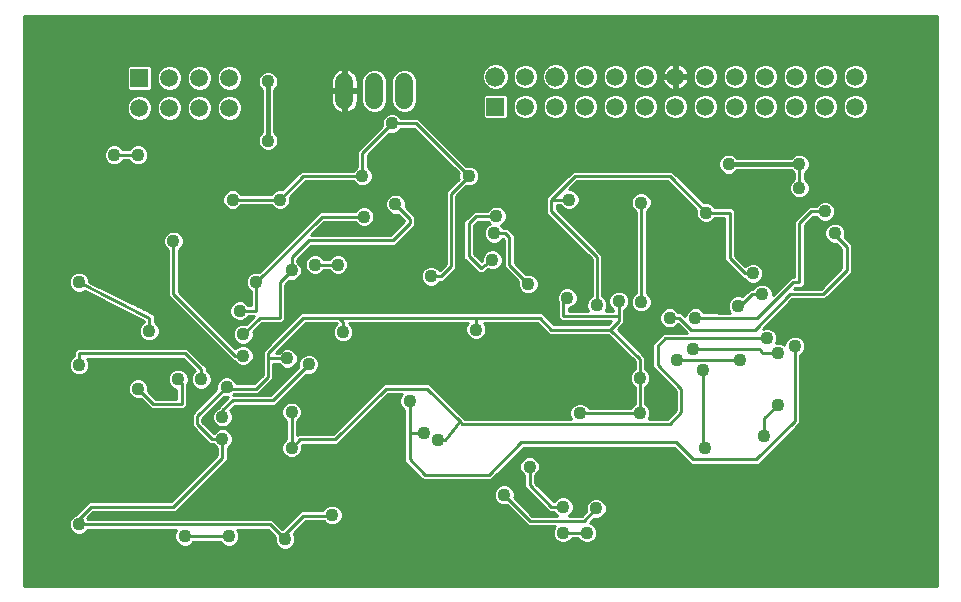
<source format=gbl>
G75*
G70*
%OFA0B0*%
%FSLAX24Y24*%
%IPPOS*%
%LPD*%
%AMOC8*
5,1,8,0,0,1.08239X$1,22.5*
%
%ADD10C,0.0600*%
%ADD11R,0.0594X0.0594*%
%ADD12C,0.0660*%
%ADD13C,0.0594*%
%ADD14C,0.0100*%
%ADD15C,0.0436*%
%ADD16C,0.0160*%
D10*
X010961Y016464D02*
X010961Y017064D01*
X011961Y017064D02*
X011961Y016464D01*
X012961Y016464D02*
X012961Y017064D01*
D11*
X015996Y016241D03*
X004130Y017201D03*
D12*
X015996Y017241D03*
X017996Y017241D03*
D13*
X016996Y017241D03*
X016996Y016241D03*
X017996Y016241D03*
X018996Y016241D03*
X019996Y016241D03*
X020996Y016241D03*
X021996Y016241D03*
X022996Y016241D03*
X023996Y016241D03*
X024996Y016241D03*
X025996Y016241D03*
X026996Y016241D03*
X027996Y016241D03*
X027996Y017241D03*
X026996Y017241D03*
X025996Y017241D03*
X024996Y017241D03*
X023996Y017241D03*
X022996Y017241D03*
X021996Y017241D03*
X020996Y017241D03*
X019996Y017241D03*
X018996Y017241D03*
X007130Y017201D03*
X006130Y017201D03*
X005130Y017201D03*
X005130Y016201D03*
X004130Y016201D03*
X006130Y016201D03*
X007130Y016201D03*
D14*
X000300Y019272D02*
X000300Y000257D01*
X030720Y000257D01*
X030720Y019272D01*
X000300Y019272D01*
X000300Y019259D02*
X030720Y019259D01*
X030720Y019161D02*
X000300Y019161D01*
X000300Y019062D02*
X030720Y019062D01*
X030720Y018964D02*
X000300Y018964D01*
X000300Y018865D02*
X030720Y018865D01*
X030720Y018767D02*
X000300Y018767D01*
X000300Y018668D02*
X030720Y018668D01*
X030720Y018570D02*
X000300Y018570D01*
X000300Y018471D02*
X030720Y018471D01*
X030720Y018373D02*
X000300Y018373D01*
X000300Y018274D02*
X030720Y018274D01*
X030720Y018176D02*
X000300Y018176D01*
X000300Y018077D02*
X030720Y018077D01*
X030720Y017979D02*
X000300Y017979D01*
X000300Y017880D02*
X030720Y017880D01*
X030720Y017782D02*
X000300Y017782D01*
X000300Y017683D02*
X015866Y017683D01*
X015905Y017699D02*
X015737Y017629D01*
X015608Y017500D01*
X015538Y017332D01*
X015538Y017149D01*
X015608Y016981D01*
X015737Y016852D01*
X015905Y016782D01*
X016088Y016782D01*
X016256Y016852D01*
X016385Y016981D01*
X016455Y017149D01*
X016455Y017332D01*
X016385Y017500D01*
X016256Y017629D01*
X016088Y017699D01*
X015905Y017699D01*
X016127Y017683D02*
X017866Y017683D01*
X017905Y017699D02*
X017737Y017629D01*
X017608Y017500D01*
X017538Y017332D01*
X017538Y017149D01*
X017608Y016981D01*
X017737Y016852D01*
X017905Y016782D01*
X018088Y016782D01*
X018256Y016852D01*
X018385Y016981D01*
X018455Y017149D01*
X018455Y017332D01*
X018385Y017500D01*
X018256Y017629D01*
X018088Y017699D01*
X017905Y017699D01*
X018127Y017683D02*
X021934Y017683D01*
X021948Y017683D02*
X022045Y017683D01*
X022045Y017685D02*
X022101Y017676D01*
X022168Y017655D01*
X022231Y017623D01*
X022288Y017581D01*
X022337Y017532D01*
X022379Y017475D01*
X022411Y017412D01*
X022432Y017345D01*
X022441Y017289D01*
X022571Y017289D01*
X022571Y017325D02*
X022571Y017156D01*
X022636Y016999D01*
X022755Y016880D01*
X022912Y016815D01*
X023081Y016815D01*
X023238Y016880D01*
X023357Y016999D01*
X023422Y017156D01*
X023422Y017325D01*
X023357Y017482D01*
X023238Y017601D01*
X023081Y017666D01*
X022912Y017666D01*
X022755Y017601D01*
X022636Y017482D01*
X022571Y017325D01*
X022597Y017388D02*
X022419Y017388D01*
X022441Y017289D02*
X022045Y017289D01*
X022045Y017192D01*
X022441Y017192D01*
X022432Y017136D01*
X022411Y017069D01*
X022379Y017006D01*
X022337Y016949D01*
X022288Y016900D01*
X022231Y016858D01*
X022168Y016826D01*
X022101Y016805D01*
X022045Y016796D01*
X022045Y017192D01*
X021948Y017192D01*
X021948Y016796D01*
X021892Y016805D01*
X021825Y016826D01*
X021762Y016858D01*
X021705Y016900D01*
X021656Y016949D01*
X021614Y017006D01*
X021582Y017069D01*
X021561Y017136D01*
X021552Y017192D01*
X021948Y017192D01*
X021948Y017289D01*
X021552Y017289D01*
X021422Y017289D01*
X021422Y017325D02*
X021357Y017482D01*
X021238Y017601D01*
X021081Y017666D01*
X020912Y017666D01*
X020755Y017601D01*
X020636Y017482D01*
X020571Y017325D01*
X020571Y017156D01*
X020636Y016999D01*
X020755Y016880D01*
X020912Y016815D01*
X021081Y016815D01*
X021238Y016880D01*
X021357Y016999D01*
X021422Y017156D01*
X021422Y017325D01*
X021396Y017388D02*
X021574Y017388D01*
X021582Y017412D02*
X021561Y017345D01*
X021552Y017289D01*
X021552Y017191D02*
X021422Y017191D01*
X021396Y017092D02*
X021575Y017092D01*
X021624Y016994D02*
X021351Y016994D01*
X021253Y016895D02*
X021712Y016895D01*
X021948Y016895D02*
X022045Y016895D01*
X022045Y016797D02*
X021948Y016797D01*
X021943Y016797D02*
X018123Y016797D01*
X018081Y016666D02*
X018238Y016601D01*
X018357Y016482D01*
X018422Y016325D01*
X018422Y016156D01*
X018357Y015999D01*
X018238Y015880D01*
X018081Y015815D01*
X017912Y015815D01*
X017755Y015880D01*
X017636Y015999D01*
X017571Y016156D01*
X017571Y016325D01*
X017636Y016482D01*
X017755Y016601D01*
X017912Y016666D01*
X018081Y016666D01*
X018239Y016600D02*
X018754Y016600D01*
X018755Y016601D02*
X018636Y016482D01*
X018571Y016325D01*
X018571Y016156D01*
X018636Y015999D01*
X018755Y015880D01*
X018912Y015815D01*
X019081Y015815D01*
X019238Y015880D01*
X019357Y015999D01*
X019422Y016156D01*
X019422Y016325D01*
X019357Y016482D01*
X019238Y016601D01*
X019081Y016666D01*
X018912Y016666D01*
X018755Y016601D01*
X018655Y016501D02*
X018338Y016501D01*
X018390Y016403D02*
X018603Y016403D01*
X018571Y016304D02*
X018422Y016304D01*
X018422Y016206D02*
X018571Y016206D01*
X018591Y016107D02*
X018402Y016107D01*
X018361Y016009D02*
X018632Y016009D01*
X018725Y015910D02*
X018268Y015910D01*
X017725Y015910D02*
X017268Y015910D01*
X017238Y015880D02*
X017357Y015999D01*
X017422Y016156D01*
X017422Y016325D01*
X017357Y016482D01*
X017238Y016601D01*
X017081Y016666D01*
X016912Y016666D01*
X016755Y016601D01*
X016636Y016482D01*
X016571Y016325D01*
X016571Y016156D01*
X016636Y015999D01*
X016755Y015880D01*
X016912Y015815D01*
X017081Y015815D01*
X017238Y015880D01*
X017361Y016009D02*
X017632Y016009D01*
X017591Y016107D02*
X017402Y016107D01*
X017422Y016206D02*
X017571Y016206D01*
X017571Y016304D02*
X017422Y016304D01*
X017390Y016403D02*
X017603Y016403D01*
X017655Y016501D02*
X017338Y016501D01*
X017239Y016600D02*
X017754Y016600D01*
X017870Y016797D02*
X016123Y016797D01*
X016300Y016895D02*
X016740Y016895D01*
X016755Y016880D02*
X016912Y016815D01*
X017081Y016815D01*
X017238Y016880D01*
X017357Y016999D01*
X017422Y017156D01*
X017422Y017325D01*
X017357Y017482D01*
X017238Y017601D01*
X017081Y017666D01*
X016912Y017666D01*
X016755Y017601D01*
X016636Y017482D01*
X016571Y017325D01*
X016571Y017156D01*
X016636Y016999D01*
X016755Y016880D01*
X016642Y016994D02*
X016391Y016994D01*
X016431Y017092D02*
X016597Y017092D01*
X016571Y017191D02*
X016455Y017191D01*
X016455Y017289D02*
X016571Y017289D01*
X016597Y017388D02*
X016432Y017388D01*
X016391Y017486D02*
X016640Y017486D01*
X016739Y017585D02*
X016301Y017585D01*
X015692Y017585D02*
X007317Y017585D01*
X007371Y017562D02*
X007215Y017627D01*
X007046Y017627D01*
X006889Y017562D01*
X006770Y017442D01*
X006705Y017286D01*
X006705Y017117D01*
X006770Y016960D01*
X006889Y016840D01*
X007046Y016776D01*
X007215Y016776D01*
X007371Y016840D01*
X007491Y016960D01*
X007556Y017117D01*
X007556Y017286D01*
X007491Y017442D01*
X007371Y017562D01*
X007447Y017486D02*
X010803Y017486D01*
X010788Y017481D02*
X010725Y017449D01*
X010668Y017407D01*
X010618Y017357D01*
X010576Y017300D01*
X010544Y017237D01*
X010522Y017170D01*
X010511Y017100D01*
X010511Y016814D01*
X010911Y016814D01*
X010911Y016714D01*
X011011Y016714D01*
X011011Y016016D01*
X011066Y016025D01*
X011134Y016047D01*
X011197Y016079D01*
X011254Y016121D01*
X011304Y016171D01*
X011346Y016228D01*
X011378Y016291D01*
X011400Y016359D01*
X011411Y016429D01*
X011411Y016714D01*
X011011Y016714D01*
X011011Y016814D01*
X011411Y016814D01*
X011411Y017100D01*
X011400Y017170D01*
X011378Y017237D01*
X011346Y017300D01*
X011304Y017357D01*
X011254Y017407D01*
X011197Y017449D01*
X011134Y017481D01*
X011066Y017503D01*
X011011Y017512D01*
X011011Y016814D01*
X010911Y016814D01*
X010911Y017512D01*
X010856Y017503D01*
X010788Y017481D01*
X010911Y017486D02*
X011011Y017486D01*
X011011Y017388D02*
X010911Y017388D01*
X010911Y017289D02*
X011011Y017289D01*
X011011Y017191D02*
X010911Y017191D01*
X010911Y017092D02*
X011011Y017092D01*
X011011Y016994D02*
X010911Y016994D01*
X010911Y016895D02*
X011011Y016895D01*
X011011Y016797D02*
X011532Y016797D01*
X011532Y016895D02*
X011411Y016895D01*
X011411Y016994D02*
X011532Y016994D01*
X011532Y017092D02*
X011411Y017092D01*
X011393Y017191D02*
X011549Y017191D01*
X011532Y017149D02*
X011598Y017307D01*
X011718Y017428D01*
X011876Y017493D01*
X012046Y017493D01*
X012204Y017428D01*
X012324Y017307D01*
X012390Y017149D01*
X012390Y016379D01*
X012324Y016221D01*
X012204Y016101D01*
X012046Y016035D01*
X011876Y016035D01*
X011718Y016101D01*
X011598Y016221D01*
X011532Y016379D01*
X011532Y017149D01*
X011590Y017289D02*
X011351Y017289D01*
X011274Y017388D02*
X011678Y017388D01*
X011859Y017486D02*
X011119Y017486D01*
X010648Y017388D02*
X008580Y017388D01*
X008614Y017373D02*
X008487Y017426D01*
X008349Y017426D01*
X008221Y017373D01*
X008124Y017276D01*
X008071Y017148D01*
X008071Y017010D01*
X008124Y016883D01*
X008209Y016797D01*
X008209Y015392D01*
X008124Y015307D01*
X008071Y015180D01*
X008071Y015042D01*
X008124Y014914D01*
X008221Y014817D01*
X008349Y014764D01*
X008487Y014764D01*
X008614Y014817D01*
X008712Y014914D01*
X008765Y015042D01*
X008765Y015180D01*
X008712Y015307D01*
X008626Y015392D01*
X008626Y016797D01*
X008712Y016883D01*
X008765Y017010D01*
X008765Y017148D01*
X008712Y017276D01*
X008614Y017373D01*
X008698Y017289D02*
X010571Y017289D01*
X010529Y017191D02*
X008747Y017191D01*
X008765Y017092D02*
X010511Y017092D01*
X010511Y016994D02*
X008758Y016994D01*
X008717Y016895D02*
X010511Y016895D01*
X010511Y016714D02*
X010511Y016429D01*
X010522Y016359D01*
X010544Y016291D01*
X010576Y016228D01*
X010618Y016171D01*
X010668Y016121D01*
X010725Y016079D01*
X010788Y016047D01*
X010856Y016025D01*
X010911Y016016D01*
X010911Y016714D01*
X010511Y016714D01*
X010511Y016698D02*
X008626Y016698D01*
X008626Y016600D02*
X010511Y016600D01*
X010511Y016501D02*
X008626Y016501D01*
X008626Y016403D02*
X010515Y016403D01*
X010540Y016304D02*
X008626Y016304D01*
X008626Y016206D02*
X010593Y016206D01*
X010687Y016107D02*
X008626Y016107D01*
X008626Y016009D02*
X012435Y016009D01*
X012483Y016028D02*
X012355Y015976D01*
X012258Y015878D01*
X012205Y015750D01*
X012205Y015613D01*
X012212Y015595D01*
X011493Y014876D01*
X011389Y014771D01*
X011389Y014231D01*
X011371Y014224D01*
X011273Y014126D01*
X011266Y014108D01*
X009525Y014108D01*
X008898Y013482D01*
X008880Y013489D01*
X008742Y013489D01*
X008615Y013436D01*
X008517Y013339D01*
X008510Y013321D01*
X007538Y013321D01*
X007531Y013339D01*
X007433Y013436D01*
X007306Y013489D01*
X007168Y013489D01*
X007040Y013436D01*
X006943Y013339D01*
X006890Y013211D01*
X006890Y013073D01*
X006943Y012946D01*
X007040Y012848D01*
X007168Y012795D01*
X007306Y012795D01*
X007433Y012848D01*
X007531Y012946D01*
X007538Y012963D01*
X008510Y012963D01*
X008517Y012946D01*
X008615Y012848D01*
X008742Y012795D01*
X008880Y012795D01*
X009008Y012848D01*
X009105Y012946D01*
X009158Y013073D01*
X009158Y013211D01*
X009151Y013229D01*
X009673Y013751D01*
X011266Y013751D01*
X011273Y013733D01*
X011371Y013635D01*
X011498Y013583D01*
X011636Y013583D01*
X011764Y013635D01*
X011861Y013733D01*
X011914Y013861D01*
X011914Y013999D01*
X011861Y014126D01*
X011764Y014224D01*
X011746Y014231D01*
X011746Y014623D01*
X012465Y015342D01*
X012483Y015335D01*
X012621Y015335D01*
X012748Y015387D01*
X012846Y015485D01*
X012853Y015503D01*
X013285Y015503D01*
X014771Y014016D01*
X014764Y013999D01*
X014764Y013861D01*
X014771Y013843D01*
X014341Y013413D01*
X014341Y010992D01*
X014137Y010787D01*
X014047Y010877D01*
X013920Y010930D01*
X013782Y010930D01*
X013654Y010877D01*
X013557Y010780D01*
X013504Y010652D01*
X013504Y010514D01*
X013557Y010387D01*
X013654Y010289D01*
X013782Y010236D01*
X013920Y010236D01*
X014047Y010289D01*
X014145Y010387D01*
X014152Y010404D01*
X014259Y010404D01*
X014364Y010509D01*
X014699Y010844D01*
X014699Y013265D01*
X015024Y013590D01*
X015042Y013583D01*
X015180Y013583D01*
X015307Y013635D01*
X015405Y013733D01*
X015457Y013861D01*
X015457Y013999D01*
X015405Y014126D01*
X015307Y014224D01*
X015180Y014276D01*
X015042Y014276D01*
X015024Y014269D01*
X013433Y015860D01*
X012853Y015860D01*
X012846Y015878D01*
X012748Y015976D01*
X012621Y016028D01*
X012483Y016028D01*
X012668Y016009D02*
X015571Y016009D01*
X015571Y016107D02*
X013210Y016107D01*
X013204Y016101D02*
X013324Y016221D01*
X013390Y016379D01*
X013390Y017149D01*
X013324Y017307D01*
X013204Y017428D01*
X013046Y017493D01*
X012876Y017493D01*
X012718Y017428D01*
X012598Y017307D01*
X012532Y017149D01*
X012532Y016379D01*
X012598Y016221D01*
X012718Y016101D01*
X012876Y016035D01*
X013046Y016035D01*
X013204Y016101D01*
X013309Y016206D02*
X015571Y016206D01*
X015571Y016304D02*
X013359Y016304D01*
X013390Y016403D02*
X015571Y016403D01*
X015571Y016501D02*
X013390Y016501D01*
X013390Y016600D02*
X015580Y016600D01*
X015571Y016591D02*
X015571Y015890D01*
X015646Y015815D01*
X016347Y015815D01*
X016422Y015890D01*
X016422Y016591D01*
X016347Y016666D01*
X015646Y016666D01*
X015571Y016591D01*
X015870Y016797D02*
X013390Y016797D01*
X013390Y016895D02*
X015693Y016895D01*
X015602Y016994D02*
X013390Y016994D01*
X013390Y017092D02*
X015561Y017092D01*
X015538Y017191D02*
X013373Y017191D01*
X013332Y017289D02*
X015538Y017289D01*
X015561Y017388D02*
X013244Y017388D01*
X013063Y017486D02*
X015602Y017486D01*
X016413Y016600D02*
X016754Y016600D01*
X016655Y016501D02*
X016422Y016501D01*
X016422Y016403D02*
X016603Y016403D01*
X016571Y016304D02*
X016422Y016304D01*
X016422Y016206D02*
X016571Y016206D01*
X016591Y016107D02*
X016422Y016107D01*
X016422Y016009D02*
X016632Y016009D01*
X016725Y015910D02*
X016422Y015910D01*
X015571Y015910D02*
X012814Y015910D01*
X012712Y016107D02*
X012210Y016107D01*
X012309Y016206D02*
X012613Y016206D01*
X012563Y016304D02*
X012359Y016304D01*
X012390Y016403D02*
X012532Y016403D01*
X012532Y016501D02*
X012390Y016501D01*
X012390Y016600D02*
X012532Y016600D01*
X012532Y016698D02*
X012390Y016698D01*
X012390Y016797D02*
X012532Y016797D01*
X012532Y016895D02*
X012390Y016895D01*
X012390Y016994D02*
X012532Y016994D01*
X012532Y017092D02*
X012390Y017092D01*
X012373Y017191D02*
X012549Y017191D01*
X012590Y017289D02*
X012332Y017289D01*
X012244Y017388D02*
X012678Y017388D01*
X012859Y017486D02*
X012063Y017486D01*
X011532Y016698D02*
X011411Y016698D01*
X011411Y016600D02*
X011532Y016600D01*
X011532Y016501D02*
X011411Y016501D01*
X011407Y016403D02*
X011532Y016403D01*
X011563Y016304D02*
X011382Y016304D01*
X011329Y016206D02*
X011613Y016206D01*
X011712Y016107D02*
X011235Y016107D01*
X011011Y016107D02*
X010911Y016107D01*
X010911Y016206D02*
X011011Y016206D01*
X011011Y016304D02*
X010911Y016304D01*
X010911Y016403D02*
X011011Y016403D01*
X011011Y016501D02*
X010911Y016501D01*
X010911Y016600D02*
X011011Y016600D01*
X011011Y016698D02*
X010911Y016698D01*
X010911Y016797D02*
X008626Y016797D01*
X008209Y016797D02*
X007266Y016797D01*
X007215Y016627D02*
X007046Y016627D01*
X006889Y016562D01*
X006770Y016442D01*
X006705Y016286D01*
X006705Y016117D01*
X006770Y015960D01*
X006889Y015840D01*
X007046Y015776D01*
X007215Y015776D01*
X007371Y015840D01*
X007491Y015960D01*
X007556Y016117D01*
X007556Y016286D01*
X007491Y016442D01*
X007371Y016562D01*
X007215Y016627D01*
X007281Y016600D02*
X008209Y016600D01*
X008209Y016698D02*
X000300Y016698D01*
X000300Y016600D02*
X003980Y016600D01*
X004046Y016627D02*
X003889Y016562D01*
X003770Y016442D01*
X003705Y016286D01*
X003705Y016117D01*
X003770Y015960D01*
X003889Y015840D01*
X004046Y015776D01*
X004215Y015776D01*
X004371Y015840D01*
X004491Y015960D01*
X004556Y016117D01*
X004556Y016286D01*
X004491Y016442D01*
X004371Y016562D01*
X004215Y016627D01*
X004046Y016627D01*
X004281Y016600D02*
X004980Y016600D01*
X005046Y016627D02*
X004889Y016562D01*
X004770Y016442D01*
X004705Y016286D01*
X004705Y016117D01*
X004770Y015960D01*
X004889Y015840D01*
X005046Y015776D01*
X005215Y015776D01*
X005371Y015840D01*
X005491Y015960D01*
X005556Y016117D01*
X005556Y016286D01*
X005491Y016442D01*
X005371Y016562D01*
X005215Y016627D01*
X005046Y016627D01*
X005046Y016776D02*
X005215Y016776D01*
X005371Y016840D01*
X005491Y016960D01*
X005556Y017117D01*
X005556Y017286D01*
X005491Y017442D01*
X005371Y017562D01*
X005215Y017627D01*
X005046Y017627D01*
X004889Y017562D01*
X004770Y017442D01*
X004705Y017286D01*
X004705Y017117D01*
X004770Y016960D01*
X004889Y016840D01*
X005046Y016776D01*
X004995Y016797D02*
X004501Y016797D01*
X004480Y016776D02*
X004556Y016851D01*
X004556Y017551D01*
X004480Y017627D01*
X003780Y017627D01*
X003705Y017551D01*
X003705Y016851D01*
X003780Y016776D01*
X004480Y016776D01*
X004556Y016895D02*
X004835Y016895D01*
X004756Y016994D02*
X004556Y016994D01*
X004556Y017092D02*
X004715Y017092D01*
X004705Y017191D02*
X004556Y017191D01*
X004556Y017289D02*
X004706Y017289D01*
X004747Y017388D02*
X004556Y017388D01*
X004556Y017486D02*
X004813Y017486D01*
X004944Y017585D02*
X004523Y017585D01*
X005317Y017585D02*
X005944Y017585D01*
X005889Y017562D02*
X005770Y017442D01*
X005705Y017286D01*
X005705Y017117D01*
X005770Y016960D01*
X005889Y016840D01*
X006046Y016776D01*
X006215Y016776D01*
X006371Y016840D01*
X006491Y016960D01*
X006556Y017117D01*
X006556Y017286D01*
X006491Y017442D01*
X006371Y017562D01*
X006215Y017627D01*
X006046Y017627D01*
X005889Y017562D01*
X005813Y017486D02*
X005447Y017486D01*
X005514Y017388D02*
X005747Y017388D01*
X005706Y017289D02*
X005555Y017289D01*
X005556Y017191D02*
X005705Y017191D01*
X005715Y017092D02*
X005546Y017092D01*
X005505Y016994D02*
X005756Y016994D01*
X005835Y016895D02*
X005426Y016895D01*
X005266Y016797D02*
X005995Y016797D01*
X006046Y016627D02*
X005889Y016562D01*
X005770Y016442D01*
X005705Y016286D01*
X005705Y016117D01*
X005770Y015960D01*
X005889Y015840D01*
X006046Y015776D01*
X006215Y015776D01*
X006371Y015840D01*
X006491Y015960D01*
X006556Y016117D01*
X006556Y016286D01*
X006491Y016442D01*
X006371Y016562D01*
X006215Y016627D01*
X006046Y016627D01*
X005980Y016600D02*
X005281Y016600D01*
X005432Y016501D02*
X005828Y016501D01*
X005753Y016403D02*
X005508Y016403D01*
X005548Y016304D02*
X005712Y016304D01*
X005705Y016206D02*
X005556Y016206D01*
X005552Y016107D02*
X005709Y016107D01*
X005749Y016009D02*
X005511Y016009D01*
X005441Y015910D02*
X005820Y015910D01*
X005959Y015812D02*
X005302Y015812D01*
X004959Y015812D02*
X004302Y015812D01*
X004441Y015910D02*
X004820Y015910D01*
X004749Y016009D02*
X004511Y016009D01*
X004552Y016107D02*
X004709Y016107D01*
X004705Y016206D02*
X004556Y016206D01*
X004548Y016304D02*
X004712Y016304D01*
X004753Y016403D02*
X004508Y016403D01*
X004432Y016501D02*
X004828Y016501D01*
X003828Y016501D02*
X000300Y016501D01*
X000300Y016403D02*
X003753Y016403D01*
X003712Y016304D02*
X000300Y016304D01*
X000300Y016206D02*
X003705Y016206D01*
X003709Y016107D02*
X000300Y016107D01*
X000300Y016009D02*
X003749Y016009D01*
X003820Y015910D02*
X000300Y015910D01*
X000300Y015812D02*
X003959Y015812D01*
X004018Y014985D02*
X003891Y014932D01*
X003793Y014835D01*
X003786Y014817D01*
X003601Y014817D01*
X003594Y014835D01*
X003496Y014932D01*
X003369Y014985D01*
X003231Y014985D01*
X003103Y014932D01*
X003006Y014835D01*
X002953Y014707D01*
X002953Y014569D01*
X003006Y014442D01*
X003103Y014344D01*
X003231Y014291D01*
X003369Y014291D01*
X003496Y014344D01*
X003594Y014442D01*
X003601Y014459D01*
X003786Y014459D01*
X003793Y014442D01*
X003891Y014344D01*
X004018Y014291D01*
X004156Y014291D01*
X004283Y014344D01*
X004381Y014442D01*
X004434Y014569D01*
X004434Y014707D01*
X004381Y014835D01*
X004283Y014932D01*
X004156Y014985D01*
X004018Y014985D01*
X003883Y014925D02*
X003503Y014925D01*
X003597Y014827D02*
X003790Y014827D01*
X004087Y014638D02*
X003300Y014638D01*
X002953Y014630D02*
X000300Y014630D01*
X000300Y014728D02*
X002961Y014728D01*
X003002Y014827D02*
X000300Y014827D01*
X000300Y014925D02*
X003096Y014925D01*
X002969Y014531D02*
X000300Y014531D01*
X000300Y014433D02*
X003015Y014433D01*
X003128Y014334D02*
X000300Y014334D01*
X000300Y014236D02*
X011389Y014236D01*
X011389Y014334D02*
X004259Y014334D01*
X004372Y014433D02*
X011389Y014433D01*
X011389Y014531D02*
X004418Y014531D01*
X004434Y014630D02*
X011389Y014630D01*
X011389Y014728D02*
X004425Y014728D01*
X004384Y014827D02*
X008211Y014827D01*
X008119Y014925D02*
X004291Y014925D01*
X003802Y014433D02*
X003584Y014433D01*
X003472Y014334D02*
X003915Y014334D01*
X006302Y015812D02*
X006959Y015812D01*
X006820Y015910D02*
X006441Y015910D01*
X006511Y016009D02*
X006749Y016009D01*
X006709Y016107D02*
X006552Y016107D01*
X006556Y016206D02*
X006705Y016206D01*
X006712Y016304D02*
X006548Y016304D01*
X006508Y016403D02*
X006753Y016403D01*
X006828Y016501D02*
X006432Y016501D01*
X006281Y016600D02*
X006980Y016600D01*
X006995Y016797D02*
X006266Y016797D01*
X006426Y016895D02*
X006835Y016895D01*
X006756Y016994D02*
X006505Y016994D01*
X006546Y017092D02*
X006715Y017092D01*
X006705Y017191D02*
X006556Y017191D01*
X006555Y017289D02*
X006706Y017289D01*
X006747Y017388D02*
X006514Y017388D01*
X006447Y017486D02*
X006813Y017486D01*
X006944Y017585D02*
X006317Y017585D01*
X007514Y017388D02*
X008256Y017388D01*
X008137Y017289D02*
X007555Y017289D01*
X007556Y017191D02*
X008088Y017191D01*
X008071Y017092D02*
X007546Y017092D01*
X007505Y016994D02*
X008078Y016994D01*
X008119Y016895D02*
X007426Y016895D01*
X007432Y016501D02*
X008209Y016501D01*
X008209Y016403D02*
X007508Y016403D01*
X007548Y016304D02*
X008209Y016304D01*
X008209Y016206D02*
X007556Y016206D01*
X007552Y016107D02*
X008209Y016107D01*
X008209Y016009D02*
X007511Y016009D01*
X007441Y015910D02*
X008209Y015910D01*
X008209Y015812D02*
X007302Y015812D01*
X008209Y015713D02*
X000300Y015713D01*
X000300Y015615D02*
X008209Y015615D01*
X008209Y015516D02*
X000300Y015516D01*
X000300Y015418D02*
X008209Y015418D01*
X008136Y015319D02*
X000300Y015319D01*
X000300Y015221D02*
X008088Y015221D01*
X008071Y015122D02*
X000300Y015122D01*
X000300Y015024D02*
X008078Y015024D01*
X008624Y014827D02*
X011444Y014827D01*
X011493Y014876D02*
X011493Y014876D01*
X011542Y014925D02*
X008716Y014925D01*
X008757Y015024D02*
X011641Y015024D01*
X011739Y015122D02*
X008765Y015122D01*
X008748Y015221D02*
X011838Y015221D01*
X011936Y015319D02*
X008700Y015319D01*
X008626Y015418D02*
X012035Y015418D01*
X012133Y015516D02*
X008626Y015516D01*
X008626Y015615D02*
X012205Y015615D01*
X012205Y015713D02*
X008626Y015713D01*
X008626Y015812D02*
X012230Y015812D01*
X012290Y015910D02*
X008626Y015910D01*
X011567Y014697D02*
X012552Y015681D01*
X013359Y015681D01*
X015111Y013930D01*
X014520Y013339D01*
X014520Y010918D01*
X014185Y010583D01*
X013851Y010583D01*
X013504Y010591D02*
X009502Y010591D01*
X009499Y010583D02*
X009552Y010711D01*
X009552Y010849D01*
X009499Y010976D01*
X009402Y011074D01*
X009384Y011081D01*
X009384Y011139D01*
X009850Y011605D01*
X012645Y011605D01*
X013216Y012176D01*
X013321Y012281D01*
X013321Y012586D01*
X013009Y012898D01*
X013017Y012916D01*
X013017Y013054D01*
X012964Y013181D01*
X012866Y013279D01*
X012739Y013331D01*
X012601Y013331D01*
X012473Y013279D01*
X012376Y013181D01*
X012323Y013054D01*
X012323Y012916D01*
X012376Y012788D01*
X012473Y012691D01*
X012601Y012638D01*
X012739Y012638D01*
X012756Y012645D01*
X012963Y012438D01*
X012963Y012429D01*
X012497Y011963D01*
X009853Y011963D01*
X010289Y012398D01*
X011311Y012398D01*
X011319Y012381D01*
X011416Y012283D01*
X011544Y012230D01*
X011682Y012230D01*
X011809Y012283D01*
X011907Y012381D01*
X011959Y012508D01*
X011959Y012646D01*
X011907Y012774D01*
X011809Y012871D01*
X011682Y012924D01*
X011544Y012924D01*
X011416Y012871D01*
X011319Y012774D01*
X011311Y012756D01*
X010141Y012756D01*
X008111Y010726D01*
X008093Y010733D01*
X007955Y010733D01*
X007828Y010680D01*
X007730Y010583D01*
X007677Y010455D01*
X007677Y010317D01*
X007730Y010190D01*
X007828Y010092D01*
X007845Y010085D01*
X007845Y009620D01*
X007774Y009620D01*
X007767Y009638D01*
X007669Y009735D01*
X007542Y009788D01*
X007404Y009788D01*
X007276Y009735D01*
X007179Y009638D01*
X007126Y009510D01*
X007126Y009372D01*
X007179Y009245D01*
X007276Y009147D01*
X007404Y009094D01*
X007542Y009094D01*
X007669Y009147D01*
X007767Y009245D01*
X007774Y009263D01*
X007947Y009263D01*
X007678Y008993D01*
X007660Y009001D01*
X007522Y009001D01*
X007394Y008948D01*
X007297Y008850D01*
X007244Y008723D01*
X007244Y008585D01*
X007297Y008457D01*
X007394Y008360D01*
X007522Y008307D01*
X007660Y008307D01*
X007787Y008360D01*
X007885Y008457D01*
X007938Y008585D01*
X007938Y008723D01*
X007930Y008741D01*
X008216Y009026D01*
X008885Y009026D01*
X008990Y009131D01*
X008990Y010312D01*
X009118Y010440D01*
X009136Y010433D01*
X009274Y010433D01*
X009402Y010486D01*
X009499Y010583D01*
X009543Y010690D02*
X009789Y010690D01*
X009796Y010683D02*
X009924Y010630D01*
X010062Y010630D01*
X010189Y010683D01*
X010287Y010780D01*
X010294Y010798D01*
X010439Y010798D01*
X010447Y010780D01*
X010544Y010683D01*
X010672Y010630D01*
X010810Y010630D01*
X010937Y010683D01*
X011035Y010780D01*
X011087Y010908D01*
X011087Y011046D01*
X011035Y011173D01*
X010937Y011271D01*
X010810Y011324D01*
X010672Y011324D01*
X010544Y011271D01*
X010447Y011173D01*
X010439Y011156D01*
X010294Y011156D01*
X010287Y011173D01*
X010189Y011271D01*
X010062Y011324D01*
X009924Y011324D01*
X009796Y011271D01*
X009698Y011173D01*
X009646Y011046D01*
X009646Y010908D01*
X009698Y010780D01*
X009796Y010683D01*
X009695Y010788D02*
X009552Y010788D01*
X009536Y010887D02*
X009654Y010887D01*
X009646Y010985D02*
X009491Y010985D01*
X009384Y011084D02*
X009661Y011084D01*
X009707Y011182D02*
X009427Y011182D01*
X009525Y011281D02*
X009819Y011281D01*
X009624Y011379D02*
X014341Y011379D01*
X014341Y011281D02*
X010914Y011281D01*
X011026Y011182D02*
X014341Y011182D01*
X014341Y011084D02*
X011072Y011084D01*
X011087Y010985D02*
X014335Y010985D01*
X014236Y010887D02*
X014025Y010887D01*
X014136Y010788D02*
X014138Y010788D01*
X014446Y010591D02*
X016582Y010591D01*
X016484Y010690D02*
X015610Y010690D01*
X015602Y010682D02*
X015643Y010724D01*
X015765Y010814D01*
X015829Y010787D01*
X015967Y010787D01*
X016095Y010840D01*
X016192Y010938D01*
X016245Y011065D01*
X016245Y011203D01*
X016192Y011331D01*
X016095Y011428D01*
X015967Y011481D01*
X015829Y011481D01*
X015702Y011428D01*
X015604Y011331D01*
X015551Y011203D01*
X015551Y011101D01*
X015539Y011092D01*
X015289Y011329D01*
X015289Y012281D01*
X015421Y012412D01*
X015734Y012412D01*
X015742Y012394D01*
X015804Y012332D01*
X015761Y012314D01*
X015663Y012217D01*
X015610Y012089D01*
X015610Y011951D01*
X015663Y011824D01*
X015761Y011726D01*
X015888Y011673D01*
X016026Y011673D01*
X016154Y011726D01*
X016251Y011824D01*
X016258Y011840D01*
X016290Y011808D01*
X016290Y010883D01*
X016759Y010414D01*
X016752Y010396D01*
X016752Y010258D01*
X016805Y010131D01*
X016902Y010033D01*
X017030Y009980D01*
X017168Y009980D01*
X017295Y010033D01*
X017393Y010131D01*
X017446Y010258D01*
X017446Y010396D01*
X017393Y010524D01*
X017295Y010621D01*
X017168Y010674D01*
X017030Y010674D01*
X017012Y010667D01*
X016648Y011031D01*
X016648Y011956D01*
X016543Y012061D01*
X016405Y012199D01*
X016258Y012199D01*
X016251Y012217D01*
X016189Y012279D01*
X016232Y012297D01*
X016330Y012394D01*
X016383Y012522D01*
X016383Y012660D01*
X016330Y012787D01*
X016232Y012885D01*
X016105Y012938D01*
X015967Y012938D01*
X015839Y012885D01*
X015742Y012787D01*
X015734Y012770D01*
X015273Y012770D01*
X015037Y012533D01*
X014932Y012429D01*
X014932Y011324D01*
X014930Y011322D01*
X014932Y011250D01*
X014932Y011178D01*
X014934Y011177D01*
X014934Y011174D01*
X014986Y011124D01*
X015037Y011074D01*
X015039Y011074D01*
X015389Y010740D01*
X015424Y010693D01*
X015442Y010690D01*
X015454Y010678D01*
X015513Y010680D01*
X015570Y010671D01*
X015585Y010681D01*
X015602Y010682D01*
X015442Y010690D02*
X014545Y010690D01*
X014643Y010788D02*
X015339Y010788D01*
X015236Y010887D02*
X014699Y010887D01*
X014699Y010985D02*
X015132Y010985D01*
X015027Y011084D02*
X014699Y011084D01*
X014699Y011182D02*
X014932Y011182D01*
X014931Y011281D02*
X014699Y011281D01*
X014699Y011379D02*
X014932Y011379D01*
X014932Y011478D02*
X014699Y011478D01*
X014699Y011576D02*
X014932Y011576D01*
X014932Y011675D02*
X014699Y011675D01*
X014699Y011773D02*
X014932Y011773D01*
X014932Y011872D02*
X014699Y011872D01*
X014699Y011970D02*
X014932Y011970D01*
X014932Y012069D02*
X014699Y012069D01*
X014699Y012167D02*
X014932Y012167D01*
X014932Y012266D02*
X014699Y012266D01*
X014699Y012364D02*
X014932Y012364D01*
X014966Y012463D02*
X014699Y012463D01*
X014699Y012561D02*
X015064Y012561D01*
X015163Y012660D02*
X014699Y012660D01*
X014699Y012758D02*
X015261Y012758D01*
X015347Y012591D02*
X015111Y012355D01*
X015111Y011252D01*
X015524Y010859D01*
X015898Y011134D01*
X016141Y010887D02*
X016290Y010887D01*
X016290Y010985D02*
X016212Y010985D01*
X016245Y011084D02*
X016290Y011084D01*
X016290Y011182D02*
X016245Y011182D01*
X016213Y011281D02*
X016290Y011281D01*
X016290Y011379D02*
X016144Y011379D01*
X016290Y011478D02*
X015976Y011478D01*
X015820Y011478D02*
X015289Y011478D01*
X015289Y011576D02*
X016290Y011576D01*
X016290Y011675D02*
X016029Y011675D01*
X015885Y011675D02*
X015289Y011675D01*
X015289Y011773D02*
X015714Y011773D01*
X015643Y011872D02*
X015289Y011872D01*
X015289Y011970D02*
X015610Y011970D01*
X015610Y012069D02*
X015289Y012069D01*
X015289Y012167D02*
X015643Y012167D01*
X015712Y012266D02*
X015289Y012266D01*
X015373Y012364D02*
X015772Y012364D01*
X016036Y012591D02*
X015347Y012591D01*
X015811Y012857D02*
X014699Y012857D01*
X014699Y012955D02*
X017688Y012955D01*
X017688Y012857D02*
X016261Y012857D01*
X016342Y012758D02*
X017688Y012758D01*
X017688Y012674D02*
X017792Y012570D01*
X019204Y011159D01*
X019204Y009920D01*
X019186Y009913D01*
X019088Y009815D01*
X019035Y009687D01*
X019035Y009550D01*
X019080Y009443D01*
X018439Y009443D01*
X018439Y009528D01*
X018467Y009528D01*
X018595Y009580D01*
X018692Y009678D01*
X018745Y009805D01*
X018745Y009943D01*
X018692Y010071D01*
X018595Y010168D01*
X018467Y010221D01*
X018329Y010221D01*
X018202Y010168D01*
X018104Y010071D01*
X018051Y009943D01*
X018051Y009805D01*
X018081Y009732D01*
X018081Y009190D01*
X018186Y009085D01*
X019846Y009085D01*
X019757Y008990D01*
X017941Y008990D01*
X017652Y009279D01*
X017547Y009384D01*
X009525Y009384D01*
X008344Y008203D01*
X008344Y008203D01*
X008239Y008098D01*
X008239Y007311D01*
X007950Y007022D01*
X007366Y007022D01*
X007334Y007098D01*
X007236Y007196D01*
X007109Y007249D01*
X006971Y007249D01*
X006843Y007196D01*
X006746Y007098D01*
X006693Y006971D01*
X006693Y006833D01*
X006700Y006815D01*
X005877Y005992D01*
X005877Y005588D01*
X005981Y005483D01*
X006369Y005096D01*
X006474Y004991D01*
X006601Y004991D01*
X006608Y004973D01*
X006705Y004876D01*
X006723Y004868D01*
X006723Y004614D01*
X005194Y003085D01*
X002438Y003085D01*
X002044Y002691D01*
X001992Y002638D01*
X001922Y002609D01*
X001824Y002512D01*
X001772Y002384D01*
X001772Y002246D01*
X001824Y002119D01*
X001922Y002021D01*
X002050Y001969D01*
X002187Y001969D01*
X002315Y002021D01*
X002413Y002119D01*
X002420Y002137D01*
X005367Y002137D01*
X005348Y002118D01*
X005295Y001991D01*
X005295Y001853D01*
X005348Y001725D01*
X005446Y001628D01*
X000300Y001628D01*
X000300Y001726D02*
X005348Y001726D01*
X005307Y001825D02*
X000300Y001825D01*
X000300Y001923D02*
X005295Y001923D01*
X005308Y002022D02*
X002315Y002022D01*
X002413Y002120D02*
X005350Y002120D01*
X005642Y001922D02*
X007119Y001922D01*
X007465Y001923D02*
X008636Y001923D01*
X008649Y001910D02*
X008642Y001892D01*
X008642Y001754D01*
X008695Y001627D01*
X008792Y001529D01*
X008920Y001476D01*
X009058Y001476D01*
X009185Y001529D01*
X009283Y001627D01*
X009335Y001754D01*
X009335Y001892D01*
X009283Y002020D01*
X009272Y002031D01*
X009673Y002432D01*
X010271Y002432D01*
X010367Y002336D01*
X010494Y002283D01*
X010632Y002283D01*
X010760Y002336D01*
X010857Y002434D01*
X010910Y002561D01*
X010910Y002699D01*
X010857Y002827D01*
X010760Y002924D01*
X010632Y002977D01*
X010494Y002977D01*
X010367Y002924D01*
X010269Y002827D01*
X010254Y002789D01*
X009525Y002789D01*
X009420Y002685D01*
X008900Y002165D01*
X008570Y002494D01*
X002420Y002494D01*
X002413Y002512D01*
X002392Y002533D01*
X002586Y002727D01*
X005342Y002727D01*
X005447Y002832D01*
X007081Y004466D01*
X007081Y004868D01*
X007098Y004876D01*
X007196Y004973D01*
X007249Y005101D01*
X007249Y005239D01*
X007196Y005366D01*
X007098Y005464D01*
X006971Y005517D01*
X006833Y005517D01*
X006705Y005464D01*
X006608Y005366D01*
X006607Y005363D01*
X006234Y005736D01*
X006234Y005844D01*
X006953Y006562D01*
X006971Y006555D01*
X007090Y006555D01*
X007058Y006523D01*
X006742Y006207D01*
X006705Y006192D01*
X006608Y006095D01*
X006555Y005967D01*
X006555Y005829D01*
X006608Y005702D01*
X006705Y005604D01*
X006833Y005551D01*
X006971Y005551D01*
X007098Y005604D01*
X007196Y005702D01*
X007249Y005829D01*
X007249Y005967D01*
X007196Y006095D01*
X007165Y006125D01*
X007311Y006270D01*
X008649Y006270D01*
X009689Y007310D01*
X009707Y007303D01*
X009845Y007303D01*
X009972Y007356D01*
X010070Y007454D01*
X010123Y007581D01*
X010123Y007719D01*
X010070Y007846D01*
X009972Y007944D01*
X009845Y007997D01*
X009707Y007997D01*
X009580Y007944D01*
X009482Y007846D01*
X009429Y007719D01*
X009429Y007581D01*
X009436Y007563D01*
X008501Y006628D01*
X007256Y006628D01*
X007292Y006664D01*
X008098Y006664D01*
X008203Y006769D01*
X008492Y007058D01*
X008596Y007163D01*
X008596Y007668D01*
X008766Y007668D01*
X008773Y007650D01*
X008871Y007553D01*
X008998Y007500D01*
X009136Y007500D01*
X009264Y007553D01*
X009361Y007650D01*
X009414Y007778D01*
X009414Y007916D01*
X009361Y008043D01*
X009264Y008141D01*
X009136Y008194D01*
X008998Y008194D01*
X008871Y008141D01*
X008773Y008043D01*
X008766Y008026D01*
X008672Y008026D01*
X009673Y009026D01*
X010706Y009026D01*
X010713Y009019D01*
X010624Y008929D01*
X010571Y008802D01*
X010571Y008664D01*
X010624Y008536D01*
X010721Y008439D01*
X010849Y008386D01*
X010987Y008386D01*
X011114Y008439D01*
X011212Y008536D01*
X011265Y008664D01*
X011265Y008802D01*
X011212Y008929D01*
X011115Y009026D01*
X015071Y009026D01*
X015053Y009008D01*
X015000Y008880D01*
X015000Y008742D01*
X015053Y008615D01*
X015150Y008517D01*
X015278Y008465D01*
X015416Y008465D01*
X015543Y008517D01*
X015641Y008615D01*
X015694Y008742D01*
X015694Y008880D01*
X015641Y009008D01*
X015622Y009026D01*
X017399Y009026D01*
X017792Y008633D01*
X019761Y008633D01*
X020641Y007753D01*
X020641Y007499D01*
X020623Y007491D01*
X020525Y007394D01*
X020472Y007266D01*
X020472Y007128D01*
X020525Y007001D01*
X020623Y006903D01*
X020641Y006896D01*
X020641Y006337D01*
X020623Y006330D01*
X020525Y006232D01*
X020510Y006195D01*
X019113Y006195D01*
X019105Y006213D01*
X019008Y006310D01*
X018880Y006363D01*
X018742Y006363D01*
X018615Y006310D01*
X018517Y006213D01*
X018465Y006085D01*
X018465Y005947D01*
X018509Y005841D01*
X014976Y005841D01*
X014976Y005843D01*
X014925Y005883D01*
X013892Y006917D01*
X013787Y007022D01*
X012281Y007022D01*
X010588Y005329D01*
X009407Y005329D01*
X009384Y005306D01*
X009384Y005754D01*
X009402Y005761D01*
X009499Y005859D01*
X009552Y005987D01*
X009552Y006125D01*
X009499Y006252D01*
X009402Y006350D01*
X009274Y006402D01*
X009136Y006402D01*
X009009Y006350D01*
X008911Y006252D01*
X008858Y006125D01*
X008858Y005987D01*
X008911Y005859D01*
X009009Y005761D01*
X009026Y005754D01*
X009026Y005176D01*
X009009Y005168D01*
X008911Y005071D01*
X008858Y004943D01*
X008858Y004805D01*
X008911Y004678D01*
X009009Y004580D01*
X009136Y004528D01*
X009274Y004528D01*
X009402Y004580D01*
X009499Y004678D01*
X009552Y004805D01*
X009552Y004943D01*
X009545Y004961D01*
X009555Y004971D01*
X010736Y004971D01*
X012429Y006664D01*
X012886Y006664D01*
X012848Y006626D01*
X012795Y006499D01*
X012795Y006361D01*
X012848Y006233D01*
X012946Y006135D01*
X012963Y006128D01*
X012963Y004407D01*
X013068Y004302D01*
X013580Y003790D01*
X015854Y003790D01*
X015959Y003895D01*
X016937Y004873D01*
X021946Y004873D01*
X022412Y004407D01*
X022517Y004302D01*
X024771Y004302D01*
X024876Y004407D01*
X026156Y005686D01*
X026156Y007959D01*
X026173Y007966D01*
X026271Y008064D01*
X026324Y008191D01*
X026324Y008329D01*
X026271Y008457D01*
X026173Y008554D01*
X026046Y008607D01*
X025908Y008607D01*
X025780Y008554D01*
X025683Y008457D01*
X025630Y008329D01*
X025630Y008310D01*
X025622Y008318D01*
X025495Y008371D01*
X025367Y008371D01*
X025398Y008447D01*
X025398Y008585D01*
X025346Y008713D01*
X025248Y008810D01*
X025121Y008863D01*
X024983Y008863D01*
X024914Y008835D01*
X025893Y009814D01*
X026996Y009814D01*
X027783Y010601D01*
X027888Y010706D01*
X027888Y011641D01*
X027783Y011746D01*
X027638Y011892D01*
X027662Y011951D01*
X027662Y012089D01*
X027609Y012217D01*
X027512Y012314D01*
X027384Y012367D01*
X027246Y012367D01*
X027119Y012314D01*
X027021Y012217D01*
X026969Y012089D01*
X026969Y011951D01*
X027021Y011824D01*
X027119Y011726D01*
X027246Y011673D01*
X027350Y011673D01*
X027530Y011493D01*
X027530Y010854D01*
X026848Y010171D01*
X025956Y010171D01*
X025992Y010207D01*
X026208Y010207D01*
X026313Y010312D01*
X026313Y012281D01*
X026602Y012570D01*
X026679Y012570D01*
X026687Y012552D01*
X026784Y012454D01*
X026912Y012402D01*
X027050Y012402D01*
X027177Y012454D01*
X027275Y012552D01*
X027328Y012679D01*
X027328Y012817D01*
X027275Y012945D01*
X027177Y013042D01*
X027050Y013095D01*
X026912Y013095D01*
X026784Y013042D01*
X026687Y012945D01*
X026679Y012927D01*
X026454Y012927D01*
X026060Y012533D01*
X025956Y012429D01*
X025956Y010565D01*
X025844Y010565D01*
X025241Y009962D01*
X025241Y010062D01*
X025188Y010189D01*
X025091Y010287D01*
X024963Y010339D01*
X024825Y010339D01*
X024698Y010287D01*
X024600Y010189D01*
X024593Y010171D01*
X024485Y010171D01*
X024381Y010067D01*
X024229Y009915D01*
X024156Y009946D01*
X024018Y009946D01*
X023891Y009893D01*
X023793Y009795D01*
X023740Y009668D01*
X023740Y009530D01*
X023793Y009402D01*
X023823Y009373D01*
X022972Y009381D01*
X022964Y009402D01*
X022866Y009499D01*
X022739Y009552D01*
X022601Y009552D01*
X022473Y009499D01*
X022376Y009402D01*
X022323Y009274D01*
X022323Y009254D01*
X022193Y009384D01*
X022105Y009384D01*
X022098Y009402D01*
X022000Y009499D01*
X021873Y009552D01*
X021735Y009552D01*
X021607Y009499D01*
X021509Y009402D01*
X021457Y009274D01*
X021457Y009136D01*
X021509Y009009D01*
X021607Y008911D01*
X021735Y008858D01*
X021873Y008858D01*
X022000Y008911D01*
X022080Y008991D01*
X022376Y008695D01*
X021592Y008695D01*
X021487Y008590D01*
X021231Y008334D01*
X021231Y007556D01*
X022019Y006769D01*
X022019Y006130D01*
X021730Y005841D01*
X021114Y005841D01*
X021166Y005967D01*
X021166Y006105D01*
X021113Y006232D01*
X021016Y006330D01*
X020998Y006337D01*
X020998Y006896D01*
X021016Y006903D01*
X021113Y007001D01*
X021166Y007128D01*
X021166Y007266D01*
X021113Y007394D01*
X021016Y007491D01*
X020998Y007499D01*
X020998Y007901D01*
X020084Y008816D01*
X020239Y008982D01*
X020289Y009033D01*
X020289Y009036D01*
X020292Y009039D01*
X020289Y009110D01*
X020289Y009455D01*
X020307Y009462D01*
X020405Y009560D01*
X020457Y009687D01*
X020457Y009825D01*
X020405Y009953D01*
X020307Y010050D01*
X020180Y010103D01*
X020042Y010103D01*
X019914Y010050D01*
X019817Y009953D01*
X019764Y009825D01*
X019764Y009687D01*
X019817Y009560D01*
X019914Y009462D01*
X019932Y009455D01*
X019932Y009443D01*
X019685Y009443D01*
X019729Y009550D01*
X019729Y009687D01*
X019676Y009815D01*
X019579Y009913D01*
X019561Y009920D01*
X019561Y011307D01*
X018045Y012822D01*
X018045Y012963D01*
X018156Y012963D01*
X018163Y012946D01*
X018261Y012848D01*
X018388Y012795D01*
X018526Y012795D01*
X018654Y012848D01*
X018751Y012946D01*
X018804Y013073D01*
X018804Y013211D01*
X018751Y013339D01*
X018654Y013436D01*
X018526Y013489D01*
X018466Y013489D01*
X018728Y013751D01*
X021730Y013751D01*
X022685Y012796D01*
X022677Y012778D01*
X022677Y012640D01*
X022730Y012513D01*
X022828Y012415D01*
X022955Y012362D01*
X023093Y012362D01*
X023220Y012415D01*
X023318Y012513D01*
X023325Y012530D01*
X023633Y012530D01*
X023633Y011119D01*
X024144Y010607D01*
X024249Y010503D01*
X024278Y010503D01*
X024285Y010485D01*
X024383Y010387D01*
X024510Y010335D01*
X024648Y010335D01*
X024776Y010387D01*
X024873Y010485D01*
X024926Y010613D01*
X024926Y010750D01*
X024873Y010878D01*
X024776Y010976D01*
X024648Y011028D01*
X024510Y011028D01*
X024383Y010976D01*
X024332Y010925D01*
X023990Y011267D01*
X023990Y012783D01*
X023885Y012888D01*
X023325Y012888D01*
X023318Y012906D01*
X023220Y013003D01*
X023093Y013056D01*
X022955Y013056D01*
X022937Y013049D01*
X021878Y014108D01*
X018580Y014108D01*
X018475Y014004D01*
X017792Y013321D01*
X017688Y013216D01*
X017688Y012674D01*
X017703Y012660D02*
X016383Y012660D01*
X016383Y012561D02*
X017801Y012561D01*
X017900Y012463D02*
X016358Y012463D01*
X016299Y012364D02*
X017998Y012364D01*
X018097Y012266D02*
X016202Y012266D01*
X016437Y012167D02*
X018195Y012167D01*
X018294Y012069D02*
X016535Y012069D01*
X016634Y011970D02*
X018392Y011970D01*
X018491Y011872D02*
X016648Y011872D01*
X016648Y011773D02*
X018589Y011773D01*
X018688Y011675D02*
X016648Y011675D01*
X016648Y011576D02*
X018786Y011576D01*
X018885Y011478D02*
X016648Y011478D01*
X016648Y011379D02*
X018983Y011379D01*
X019082Y011281D02*
X016648Y011281D01*
X016648Y011182D02*
X019180Y011182D01*
X019204Y011084D02*
X016648Y011084D01*
X016694Y010985D02*
X019204Y010985D01*
X019204Y010887D02*
X016792Y010887D01*
X016891Y010788D02*
X019204Y010788D01*
X019204Y010690D02*
X016989Y010690D01*
X017325Y010591D02*
X019204Y010591D01*
X019204Y010493D02*
X017406Y010493D01*
X017446Y010394D02*
X019204Y010394D01*
X019204Y010296D02*
X017446Y010296D01*
X017420Y010197D02*
X018271Y010197D01*
X018132Y010099D02*
X017361Y010099D01*
X017215Y010000D02*
X018075Y010000D01*
X018051Y009902D02*
X008990Y009902D01*
X008990Y010000D02*
X016982Y010000D01*
X016837Y010099D02*
X008990Y010099D01*
X008990Y010197D02*
X016777Y010197D01*
X016752Y010296D02*
X014054Y010296D01*
X014148Y010394D02*
X016752Y010394D01*
X016681Y010493D02*
X014348Y010493D01*
X013648Y010296D02*
X008990Y010296D01*
X009072Y010394D02*
X013554Y010394D01*
X013513Y010493D02*
X009408Y010493D01*
X009205Y010780D02*
X009205Y011213D01*
X009776Y011784D01*
X012571Y011784D01*
X013142Y012355D01*
X013142Y012512D01*
X012670Y012985D01*
X012347Y012857D02*
X011824Y012857D01*
X011913Y012758D02*
X012406Y012758D01*
X012548Y012660D02*
X011954Y012660D01*
X011959Y012561D02*
X012841Y012561D01*
X012939Y012463D02*
X011941Y012463D01*
X011890Y012364D02*
X012899Y012364D01*
X012800Y012266D02*
X011767Y012266D01*
X011458Y012266D02*
X010156Y012266D01*
X010255Y012364D02*
X011335Y012364D01*
X011613Y012577D02*
X010215Y012577D01*
X008024Y010386D01*
X008024Y009441D01*
X007473Y009441D01*
X007152Y009311D02*
X006203Y009311D01*
X006104Y009409D02*
X007126Y009409D01*
X007126Y009508D02*
X006006Y009508D01*
X005907Y009606D02*
X007166Y009606D01*
X007246Y009705D02*
X005809Y009705D01*
X005710Y009803D02*
X007845Y009803D01*
X007845Y009705D02*
X007700Y009705D01*
X007845Y009902D02*
X005612Y009902D01*
X005513Y010000D02*
X007845Y010000D01*
X007821Y010099D02*
X005447Y010099D01*
X005447Y010067D02*
X005447Y011463D01*
X005465Y011470D01*
X005562Y011568D01*
X005615Y011695D01*
X005615Y011833D01*
X005562Y011961D01*
X005465Y012058D01*
X005337Y012111D01*
X005199Y012111D01*
X005072Y012058D01*
X004974Y011961D01*
X004921Y011833D01*
X004921Y011695D01*
X004974Y011568D01*
X005072Y011470D01*
X005089Y011463D01*
X005089Y009918D01*
X005194Y009814D01*
X007241Y007767D01*
X007290Y007767D01*
X007297Y007749D01*
X007394Y007651D01*
X007522Y007598D01*
X007660Y007598D01*
X007787Y007651D01*
X007885Y007749D01*
X007938Y007876D01*
X007938Y008014D01*
X007885Y008142D01*
X007787Y008239D01*
X007660Y008292D01*
X007522Y008292D01*
X007394Y008239D01*
X007334Y008179D01*
X005447Y010067D01*
X005447Y010197D02*
X007727Y010197D01*
X007686Y010296D02*
X005447Y010296D01*
X005447Y010394D02*
X007677Y010394D01*
X007693Y010493D02*
X005447Y010493D01*
X005447Y010591D02*
X007738Y010591D01*
X007850Y010690D02*
X005447Y010690D01*
X005447Y010788D02*
X008173Y010788D01*
X008272Y010887D02*
X005447Y010887D01*
X005447Y010985D02*
X008370Y010985D01*
X008469Y011084D02*
X005447Y011084D01*
X005447Y011182D02*
X008567Y011182D01*
X008666Y011281D02*
X005447Y011281D01*
X005447Y011379D02*
X008764Y011379D01*
X008863Y011478D02*
X005472Y011478D01*
X005566Y011576D02*
X008961Y011576D01*
X009060Y011675D02*
X005606Y011675D01*
X005615Y011773D02*
X009158Y011773D01*
X009257Y011872D02*
X005599Y011872D01*
X005553Y011970D02*
X009355Y011970D01*
X009454Y012069D02*
X005440Y012069D01*
X005097Y012069D02*
X000300Y012069D01*
X000300Y012167D02*
X009552Y012167D01*
X009651Y012266D02*
X000300Y012266D01*
X000300Y012364D02*
X009749Y012364D01*
X009848Y012463D02*
X000300Y012463D01*
X000300Y012561D02*
X009946Y012561D01*
X010045Y012660D02*
X000300Y012660D01*
X000300Y012758D02*
X011312Y012758D01*
X011401Y012857D02*
X009016Y012857D01*
X009109Y012955D02*
X012323Y012955D01*
X012323Y013054D02*
X009150Y013054D01*
X009158Y013152D02*
X012364Y013152D01*
X012445Y013251D02*
X009173Y013251D01*
X009271Y013349D02*
X014341Y013349D01*
X014341Y013251D02*
X012894Y013251D01*
X012976Y013152D02*
X014341Y013152D01*
X014341Y013054D02*
X013017Y013054D01*
X013017Y012955D02*
X014341Y012955D01*
X014341Y012857D02*
X013051Y012857D01*
X013149Y012758D02*
X014341Y012758D01*
X014341Y012660D02*
X013248Y012660D01*
X013321Y012561D02*
X014341Y012561D01*
X014341Y012463D02*
X013321Y012463D01*
X013321Y012364D02*
X014341Y012364D01*
X014341Y012266D02*
X013306Y012266D01*
X013207Y012167D02*
X014341Y012167D01*
X014341Y012069D02*
X013109Y012069D01*
X013010Y011970D02*
X014341Y011970D01*
X014341Y011872D02*
X012912Y011872D01*
X012813Y011773D02*
X014341Y011773D01*
X014341Y011675D02*
X012715Y011675D01*
X012505Y011970D02*
X009861Y011970D01*
X009959Y012069D02*
X012603Y012069D01*
X012702Y012167D02*
X010058Y012167D01*
X009821Y011576D02*
X014341Y011576D01*
X014341Y011478D02*
X009722Y011478D01*
X010166Y011281D02*
X010568Y011281D01*
X010455Y011182D02*
X010278Y011182D01*
X009993Y010977D02*
X010741Y010977D01*
X011079Y010887D02*
X013677Y010887D01*
X013565Y010788D02*
X011038Y010788D01*
X010944Y010690D02*
X013519Y010690D01*
X015289Y011379D02*
X015652Y011379D01*
X015583Y011281D02*
X015340Y011281D01*
X015444Y011182D02*
X015551Y011182D01*
X015729Y010788D02*
X015828Y010788D01*
X015969Y010788D02*
X016385Y010788D01*
X016469Y010957D02*
X017099Y010327D01*
X016469Y010957D02*
X016469Y011882D01*
X016331Y012020D01*
X015957Y012020D01*
X016201Y011773D02*
X016290Y011773D01*
X017867Y012748D02*
X017867Y013142D01*
X018457Y013142D01*
X018804Y013152D02*
X020528Y013152D01*
X020512Y013113D02*
X020565Y013240D01*
X020662Y013338D01*
X020790Y013391D01*
X020928Y013391D01*
X021055Y013338D01*
X021153Y013240D01*
X021206Y013113D01*
X021206Y012975D01*
X021153Y012847D01*
X021055Y012750D01*
X021037Y012742D01*
X021037Y010038D01*
X021055Y010031D01*
X021153Y009933D01*
X021206Y009806D01*
X021206Y009668D01*
X021153Y009540D01*
X021055Y009443D01*
X020928Y009390D01*
X020790Y009390D01*
X020662Y009443D01*
X020565Y009540D01*
X020512Y009668D01*
X020512Y009806D01*
X020565Y009933D01*
X020662Y010031D01*
X020680Y010038D01*
X020680Y012742D01*
X020662Y012750D01*
X020565Y012847D01*
X020512Y012975D01*
X020512Y013113D01*
X020512Y013054D02*
X018796Y013054D01*
X018755Y012955D02*
X020520Y012955D01*
X020561Y012857D02*
X018662Y012857D01*
X018252Y012857D02*
X018045Y012857D01*
X018045Y012955D02*
X018159Y012955D01*
X018110Y012758D02*
X020654Y012758D01*
X020680Y012660D02*
X018208Y012660D01*
X018307Y012561D02*
X020680Y012561D01*
X020680Y012463D02*
X018405Y012463D01*
X018504Y012364D02*
X020680Y012364D01*
X020680Y012266D02*
X018602Y012266D01*
X018701Y012167D02*
X020680Y012167D01*
X020680Y012069D02*
X018799Y012069D01*
X018898Y011970D02*
X020680Y011970D01*
X020680Y011872D02*
X018996Y011872D01*
X019095Y011773D02*
X020680Y011773D01*
X020680Y011675D02*
X019193Y011675D01*
X019292Y011576D02*
X020680Y011576D01*
X020680Y011478D02*
X019390Y011478D01*
X019489Y011379D02*
X020680Y011379D01*
X020680Y011281D02*
X019561Y011281D01*
X019561Y011182D02*
X020680Y011182D01*
X020680Y011084D02*
X019561Y011084D01*
X019561Y010985D02*
X020680Y010985D01*
X020680Y010887D02*
X019561Y010887D01*
X019561Y010788D02*
X020680Y010788D01*
X020680Y010690D02*
X019561Y010690D01*
X019561Y010591D02*
X020680Y010591D01*
X020680Y010493D02*
X019561Y010493D01*
X019561Y010394D02*
X020680Y010394D01*
X020680Y010296D02*
X019561Y010296D01*
X019561Y010197D02*
X020680Y010197D01*
X020680Y010099D02*
X020191Y010099D01*
X020030Y010099D02*
X019561Y010099D01*
X019561Y010000D02*
X019864Y010000D01*
X019795Y009902D02*
X019590Y009902D01*
X019681Y009803D02*
X019764Y009803D01*
X019764Y009705D02*
X019722Y009705D01*
X019729Y009606D02*
X019797Y009606D01*
X019869Y009508D02*
X019712Y009508D01*
X019382Y009619D02*
X019382Y011233D01*
X017867Y012748D01*
X017688Y013054D02*
X014699Y013054D01*
X014699Y013152D02*
X017688Y013152D01*
X017722Y013251D02*
X014699Y013251D01*
X014783Y013349D02*
X017821Y013349D01*
X017919Y013448D02*
X014881Y013448D01*
X014980Y013546D02*
X018018Y013546D01*
X018116Y013645D02*
X015316Y013645D01*
X015409Y013743D02*
X018215Y013743D01*
X018313Y013842D02*
X015450Y013842D01*
X015457Y013940D02*
X018412Y013940D01*
X018510Y014039D02*
X015441Y014039D01*
X015394Y014137D02*
X023474Y014137D01*
X023478Y014127D02*
X023425Y014254D01*
X023425Y014392D01*
X023478Y014520D01*
X023576Y014617D01*
X023703Y014670D01*
X023841Y014670D01*
X023969Y014617D01*
X024054Y014532D01*
X025852Y014532D01*
X025938Y014617D01*
X026065Y014670D01*
X026203Y014670D01*
X026331Y014617D01*
X026428Y014520D01*
X026481Y014392D01*
X026481Y014254D01*
X026428Y014127D01*
X026331Y014029D01*
X026313Y014022D01*
X026313Y013837D01*
X026331Y013830D01*
X026428Y013732D01*
X026481Y013605D01*
X026481Y013467D01*
X026428Y013339D01*
X026331Y013242D01*
X026203Y013189D01*
X026065Y013189D01*
X025938Y013242D01*
X025840Y013339D01*
X025787Y013467D01*
X025787Y013605D01*
X025840Y013732D01*
X025938Y013830D01*
X025956Y013837D01*
X025956Y014022D01*
X025938Y014029D01*
X025852Y014114D01*
X024054Y014114D01*
X023969Y014029D01*
X023841Y013976D01*
X023703Y013976D01*
X023576Y014029D01*
X023478Y014127D01*
X023433Y014236D02*
X015278Y014236D01*
X014959Y014334D02*
X023425Y014334D01*
X023442Y014433D02*
X014860Y014433D01*
X014762Y014531D02*
X023489Y014531D01*
X023605Y014630D02*
X014663Y014630D01*
X014565Y014728D02*
X030720Y014728D01*
X030720Y014630D02*
X026301Y014630D01*
X026417Y014531D02*
X030720Y014531D01*
X030720Y014433D02*
X026464Y014433D01*
X026481Y014334D02*
X030720Y014334D01*
X030720Y014236D02*
X026473Y014236D01*
X026433Y014137D02*
X030720Y014137D01*
X030720Y014039D02*
X026340Y014039D01*
X026313Y013940D02*
X030720Y013940D01*
X030720Y013842D02*
X026313Y013842D01*
X026418Y013743D02*
X030720Y013743D01*
X030720Y013645D02*
X026465Y013645D01*
X026481Y013546D02*
X030720Y013546D01*
X030720Y013448D02*
X026473Y013448D01*
X026432Y013349D02*
X030720Y013349D01*
X030720Y013251D02*
X026339Y013251D01*
X026697Y012955D02*
X023269Y012955D01*
X023099Y013054D02*
X026811Y013054D01*
X027150Y013054D02*
X030720Y013054D01*
X030720Y013152D02*
X022834Y013152D01*
X022932Y013054D02*
X022949Y013054D01*
X022735Y013251D02*
X025929Y013251D01*
X025836Y013349D02*
X022637Y013349D01*
X022538Y013448D02*
X025795Y013448D01*
X025787Y013546D02*
X022440Y013546D01*
X022341Y013645D02*
X025804Y013645D01*
X025851Y013743D02*
X022243Y013743D01*
X022144Y013842D02*
X025956Y013842D01*
X025956Y013940D02*
X022046Y013940D01*
X021947Y014039D02*
X023566Y014039D01*
X023978Y014039D02*
X025928Y014039D01*
X026134Y014323D02*
X026134Y013536D01*
X027265Y012955D02*
X030720Y012955D01*
X030720Y012857D02*
X027311Y012857D01*
X027328Y012758D02*
X030720Y012758D01*
X030720Y012660D02*
X027319Y012660D01*
X027279Y012561D02*
X030720Y012561D01*
X030720Y012463D02*
X027185Y012463D01*
X027239Y012364D02*
X026396Y012364D01*
X026313Y012266D02*
X027070Y012266D01*
X027001Y012167D02*
X026313Y012167D01*
X026313Y012069D02*
X026969Y012069D01*
X026969Y011970D02*
X026313Y011970D01*
X026313Y011872D02*
X027001Y011872D01*
X027072Y011773D02*
X026313Y011773D01*
X026313Y011675D02*
X027243Y011675D01*
X027448Y011576D02*
X026313Y011576D01*
X026313Y011478D02*
X027530Y011478D01*
X027530Y011379D02*
X026313Y011379D01*
X026313Y011281D02*
X027530Y011281D01*
X027530Y011182D02*
X026313Y011182D01*
X026313Y011084D02*
X027530Y011084D01*
X027530Y010985D02*
X026313Y010985D01*
X026313Y010887D02*
X027530Y010887D01*
X027464Y010788D02*
X026313Y010788D01*
X026313Y010690D02*
X027366Y010690D01*
X027267Y010591D02*
X026313Y010591D01*
X026313Y010493D02*
X027169Y010493D01*
X027070Y010394D02*
X026313Y010394D01*
X026296Y010296D02*
X026972Y010296D01*
X026873Y010197D02*
X025981Y010197D01*
X025918Y010386D02*
X024717Y009185D01*
X022670Y009205D01*
X022338Y009311D02*
X022266Y009311D01*
X022383Y009409D02*
X022090Y009409D01*
X021980Y009508D02*
X022493Y009508D01*
X022846Y009508D02*
X023749Y009508D01*
X023740Y009606D02*
X021180Y009606D01*
X021206Y009705D02*
X023755Y009705D01*
X023801Y009803D02*
X021206Y009803D01*
X021166Y009902D02*
X023911Y009902D01*
X024314Y010000D02*
X021086Y010000D01*
X021037Y010099D02*
X024413Y010099D01*
X024559Y009993D02*
X024894Y009993D01*
X024559Y009993D02*
X024166Y009599D01*
X024087Y009599D01*
X023790Y009409D02*
X022956Y009409D01*
X022512Y008811D02*
X022119Y009205D01*
X021804Y009205D01*
X021457Y009212D02*
X020289Y009212D01*
X020289Y009114D02*
X021466Y009114D01*
X021507Y009015D02*
X020272Y009015D01*
X020178Y008917D02*
X021602Y008917D01*
X021518Y008621D02*
X020278Y008621D01*
X020180Y008720D02*
X022351Y008720D01*
X022253Y008818D02*
X020086Y008818D01*
X019835Y008811D02*
X017867Y008811D01*
X017473Y009205D01*
X015347Y009205D01*
X015347Y008811D01*
X015694Y008818D02*
X017607Y008818D01*
X017509Y008917D02*
X015679Y008917D01*
X015634Y009015D02*
X017410Y009015D01*
X017620Y009311D02*
X018081Y009311D01*
X018081Y009409D02*
X008990Y009409D01*
X008990Y009311D02*
X009451Y009311D01*
X009353Y009212D02*
X008990Y009212D01*
X008973Y009114D02*
X009254Y009114D01*
X009156Y009015D02*
X008205Y009015D01*
X008106Y008917D02*
X009057Y008917D01*
X008959Y008818D02*
X008008Y008818D01*
X007938Y008720D02*
X008860Y008720D01*
X008762Y008621D02*
X007938Y008621D01*
X007912Y008523D02*
X008663Y008523D01*
X008565Y008424D02*
X007852Y008424D01*
X007704Y008326D02*
X008466Y008326D01*
X008368Y008227D02*
X007800Y008227D01*
X007890Y008129D02*
X008269Y008129D01*
X008239Y008030D02*
X007931Y008030D01*
X007938Y007932D02*
X008239Y007932D01*
X008239Y007833D02*
X007920Y007833D01*
X007871Y007735D02*
X008239Y007735D01*
X008239Y007636D02*
X007751Y007636D01*
X007431Y007636D02*
X006303Y007636D01*
X006267Y007671D02*
X005736Y008203D01*
X002044Y008203D01*
X001940Y008098D01*
X001940Y007932D01*
X001922Y007924D01*
X001824Y007827D01*
X001772Y007699D01*
X001772Y007561D01*
X001824Y007434D01*
X001922Y007336D01*
X002050Y007283D01*
X002187Y007283D01*
X002315Y007336D01*
X002413Y007434D01*
X002465Y007561D01*
X002465Y007699D01*
X002413Y007827D01*
X002394Y007845D01*
X005588Y007845D01*
X005989Y007444D01*
X005899Y007354D01*
X005846Y007227D01*
X005846Y007089D01*
X005899Y006961D01*
X005997Y006864D01*
X006124Y006811D01*
X006262Y006811D01*
X006390Y006864D01*
X006487Y006961D01*
X006540Y007089D01*
X006540Y007227D01*
X006487Y007354D01*
X006390Y007452D01*
X006372Y007459D01*
X006372Y007567D01*
X006267Y007671D01*
X006204Y007735D02*
X007311Y007735D01*
X007175Y007833D02*
X006106Y007833D01*
X006007Y007932D02*
X007076Y007932D01*
X006978Y008030D02*
X005909Y008030D01*
X005810Y008129D02*
X006879Y008129D01*
X006781Y008227D02*
X000300Y008227D01*
X000300Y008129D02*
X001970Y008129D01*
X001940Y008030D02*
X000300Y008030D01*
X000300Y007932D02*
X001939Y007932D01*
X001831Y007833D02*
X000300Y007833D01*
X000300Y007735D02*
X001786Y007735D01*
X001772Y007636D02*
X000300Y007636D01*
X000300Y007538D02*
X001782Y007538D01*
X001822Y007439D02*
X000300Y007439D01*
X000300Y007341D02*
X001918Y007341D01*
X002119Y007630D02*
X002119Y008024D01*
X005662Y008024D01*
X006193Y007493D01*
X006193Y007158D01*
X005846Y007144D02*
X005772Y007144D01*
X005772Y007089D02*
X005722Y006968D01*
X005722Y006257D01*
X006142Y006257D01*
X006044Y006159D02*
X005624Y006159D01*
X005618Y006152D02*
X005722Y006257D01*
X005722Y006356D02*
X006241Y006356D01*
X006339Y006454D02*
X005722Y006454D01*
X005722Y006553D02*
X006438Y006553D01*
X006536Y006651D02*
X005722Y006651D01*
X005722Y006750D02*
X006635Y006750D01*
X006693Y006848D02*
X006352Y006848D01*
X006472Y006947D02*
X006693Y006947D01*
X006724Y007045D02*
X006522Y007045D01*
X006540Y007144D02*
X006791Y007144D01*
X006954Y007242D02*
X006534Y007242D01*
X006493Y007341D02*
X008239Y007341D01*
X008239Y007439D02*
X006403Y007439D01*
X006372Y007538D02*
X008239Y007538D01*
X008170Y007242D02*
X007125Y007242D01*
X007289Y007144D02*
X008072Y007144D01*
X007973Y007045D02*
X007356Y007045D01*
X007099Y006843D02*
X007040Y006902D01*
X006056Y005918D01*
X006056Y005662D01*
X006548Y005170D01*
X006902Y005170D01*
X006902Y004540D01*
X005268Y002906D01*
X002512Y002906D01*
X002119Y002512D01*
X002119Y002315D01*
X008496Y002315D01*
X008989Y001823D01*
X008989Y002000D01*
X009599Y002611D01*
X010544Y002611D01*
X010563Y002630D01*
X010891Y002514D02*
X016825Y002514D01*
X016923Y002416D02*
X010839Y002416D01*
X010713Y002317D02*
X017022Y002317D01*
X016979Y002359D02*
X017084Y002255D01*
X017985Y002255D01*
X017966Y002236D01*
X017913Y002109D01*
X017913Y001971D01*
X017966Y001843D01*
X018064Y001746D01*
X018191Y001693D01*
X018329Y001693D01*
X018457Y001746D01*
X018554Y001843D01*
X018562Y001861D01*
X018746Y001861D01*
X018754Y001843D01*
X018851Y001746D01*
X018979Y001693D01*
X019117Y001693D01*
X019244Y001746D01*
X019342Y001843D01*
X019394Y001971D01*
X019394Y002109D01*
X019342Y002236D01*
X019244Y002334D01*
X019144Y002375D01*
X019276Y002507D01*
X019294Y002500D01*
X019432Y002500D01*
X019559Y002553D01*
X019657Y002650D01*
X019709Y002778D01*
X019709Y002916D01*
X019657Y003043D01*
X019559Y003141D01*
X019432Y003194D01*
X019294Y003194D01*
X019166Y003141D01*
X019069Y003043D01*
X019016Y002916D01*
X019016Y002778D01*
X019023Y002760D01*
X018875Y002612D01*
X018457Y002612D01*
X018554Y002709D01*
X018607Y002837D01*
X018607Y002975D01*
X018554Y003102D01*
X018457Y003200D01*
X018329Y003253D01*
X018191Y003253D01*
X018064Y003200D01*
X017966Y003102D01*
X017959Y003085D01*
X017941Y003085D01*
X017317Y003708D01*
X017317Y003943D01*
X017335Y003950D01*
X017432Y004048D01*
X017485Y004175D01*
X017485Y004313D01*
X017432Y004441D01*
X017335Y004539D01*
X017207Y004591D01*
X017069Y004591D01*
X016942Y004539D01*
X016844Y004441D01*
X016791Y004313D01*
X016791Y004175D01*
X016844Y004048D01*
X016942Y003950D01*
X016959Y003943D01*
X016959Y003560D01*
X017688Y002832D01*
X017792Y002727D01*
X017959Y002727D01*
X017966Y002709D01*
X018063Y002612D01*
X017232Y002612D01*
X016631Y003213D01*
X016639Y003231D01*
X016639Y003369D01*
X016586Y003496D01*
X016488Y003594D01*
X016361Y003646D01*
X016223Y003646D01*
X016095Y003594D01*
X015998Y003496D01*
X015945Y003369D01*
X015945Y003231D01*
X015998Y003103D01*
X016095Y003006D01*
X016223Y002953D01*
X016361Y002953D01*
X016378Y002960D01*
X016979Y002359D01*
X017158Y002433D02*
X018949Y002433D01*
X019363Y002847D01*
X019682Y002711D02*
X030720Y002711D01*
X030720Y002613D02*
X019619Y002613D01*
X019465Y002514D02*
X030720Y002514D01*
X030720Y002416D02*
X019184Y002416D01*
X019261Y002317D02*
X030720Y002317D01*
X030720Y002219D02*
X019349Y002219D01*
X019390Y002120D02*
X030720Y002120D01*
X030720Y002022D02*
X019394Y002022D01*
X019375Y001923D02*
X030720Y001923D01*
X030720Y001825D02*
X019323Y001825D01*
X019197Y001726D02*
X030720Y001726D01*
X030720Y001628D02*
X009283Y001628D01*
X009324Y001726D02*
X018111Y001726D01*
X017985Y001825D02*
X009335Y001825D01*
X009323Y001923D02*
X017933Y001923D01*
X017913Y002022D02*
X009281Y002022D01*
X009361Y002120D02*
X017918Y002120D01*
X017959Y002219D02*
X009459Y002219D01*
X009558Y002317D02*
X010413Y002317D01*
X010288Y002416D02*
X009656Y002416D01*
X009446Y002711D02*
X002570Y002711D01*
X002472Y002613D02*
X009348Y002613D01*
X009249Y002514D02*
X002410Y002514D01*
X002065Y002711D02*
X000300Y002711D01*
X000300Y002613D02*
X001930Y002613D01*
X001827Y002514D02*
X000300Y002514D01*
X000300Y002416D02*
X001785Y002416D01*
X001772Y002317D02*
X000300Y002317D01*
X000300Y002219D02*
X001783Y002219D01*
X001824Y002120D02*
X000300Y002120D01*
X000300Y002022D02*
X001922Y002022D01*
X002163Y002810D02*
X000300Y002810D01*
X000300Y002908D02*
X002262Y002908D01*
X002360Y003007D02*
X000300Y003007D01*
X000300Y003105D02*
X005214Y003105D01*
X005313Y003204D02*
X000300Y003204D01*
X000300Y003302D02*
X005411Y003302D01*
X005510Y003401D02*
X000300Y003401D01*
X000300Y003499D02*
X005608Y003499D01*
X005707Y003598D02*
X000300Y003598D01*
X000300Y003696D02*
X005805Y003696D01*
X005904Y003795D02*
X000300Y003795D01*
X000300Y003893D02*
X006002Y003893D01*
X006101Y003992D02*
X000300Y003992D01*
X000300Y004090D02*
X006199Y004090D01*
X006298Y004189D02*
X000300Y004189D01*
X000300Y004287D02*
X006396Y004287D01*
X006495Y004386D02*
X000300Y004386D01*
X000300Y004484D02*
X006593Y004484D01*
X006692Y004583D02*
X000300Y004583D01*
X000300Y004681D02*
X006723Y004681D01*
X006723Y004780D02*
X000300Y004780D01*
X000300Y004878D02*
X006703Y004878D01*
X006607Y004977D02*
X000300Y004977D01*
X000300Y005075D02*
X006390Y005075D01*
X006291Y005174D02*
X000300Y005174D01*
X000300Y005272D02*
X006193Y005272D01*
X006094Y005371D02*
X000300Y005371D01*
X000300Y005469D02*
X005996Y005469D01*
X005897Y005568D02*
X000300Y005568D01*
X000300Y005666D02*
X005877Y005666D01*
X005877Y005765D02*
X000300Y005765D01*
X000300Y005863D02*
X005877Y005863D01*
X005877Y005962D02*
X000300Y005962D01*
X000300Y006060D02*
X005945Y006060D01*
X005618Y006152D02*
X004525Y006152D01*
X004174Y006503D01*
X004156Y006496D01*
X004018Y006496D01*
X003891Y006549D01*
X003793Y006646D01*
X003740Y006774D01*
X003740Y006912D01*
X003793Y007039D01*
X003891Y007137D01*
X004018Y007190D01*
X004156Y007190D01*
X004283Y007137D01*
X004381Y007039D01*
X004434Y006912D01*
X004434Y006774D01*
X004427Y006756D01*
X004673Y006510D01*
X005365Y006510D01*
X005365Y006811D01*
X005357Y006811D01*
X005229Y006864D01*
X005132Y006961D01*
X005079Y007089D01*
X005079Y007227D01*
X005132Y007354D01*
X005229Y007452D01*
X005357Y007505D01*
X005495Y007505D01*
X005622Y007452D01*
X005720Y007354D01*
X005772Y007227D01*
X005772Y007089D01*
X005754Y007045D02*
X005865Y007045D01*
X005914Y006947D02*
X005722Y006947D01*
X005722Y006848D02*
X006035Y006848D01*
X005853Y007242D02*
X005766Y007242D01*
X005725Y007341D02*
X005894Y007341D01*
X005984Y007439D02*
X005635Y007439D01*
X005797Y007636D02*
X002465Y007636D01*
X002455Y007538D02*
X005896Y007538D01*
X005699Y007735D02*
X002451Y007735D01*
X002406Y007833D02*
X005600Y007833D01*
X005216Y007439D02*
X002415Y007439D01*
X002319Y007341D02*
X005126Y007341D01*
X005085Y007242D02*
X000300Y007242D01*
X000300Y007144D02*
X003906Y007144D01*
X003799Y007045D02*
X000300Y007045D01*
X000300Y006947D02*
X003754Y006947D01*
X003740Y006848D02*
X000300Y006848D01*
X000300Y006750D02*
X003750Y006750D01*
X003791Y006651D02*
X000300Y006651D01*
X000300Y006553D02*
X003887Y006553D01*
X004223Y006454D02*
X000300Y006454D01*
X000300Y006356D02*
X004322Y006356D01*
X004420Y006257D02*
X000300Y006257D01*
X000300Y006159D02*
X004519Y006159D01*
X004599Y006331D02*
X004087Y006843D01*
X004434Y006848D02*
X005267Y006848D01*
X005365Y006750D02*
X004433Y006750D01*
X004532Y006651D02*
X005365Y006651D01*
X005365Y006553D02*
X004630Y006553D01*
X004599Y006331D02*
X005544Y006331D01*
X005544Y007040D01*
X005426Y007158D01*
X005079Y007144D02*
X004268Y007144D01*
X004375Y007045D02*
X005097Y007045D01*
X005146Y006947D02*
X004420Y006947D01*
X006254Y005863D02*
X006555Y005863D01*
X006555Y005962D02*
X006352Y005962D01*
X006451Y006060D02*
X006594Y006060D01*
X006549Y006159D02*
X006672Y006159D01*
X006648Y006257D02*
X006792Y006257D01*
X006746Y006356D02*
X006890Y006356D01*
X006845Y006454D02*
X006989Y006454D01*
X006943Y006553D02*
X007087Y006553D01*
X007237Y006449D02*
X008575Y006449D01*
X009776Y007650D01*
X010123Y007636D02*
X020641Y007636D01*
X020641Y007538D02*
X010105Y007538D01*
X010056Y007439D02*
X020571Y007439D01*
X020503Y007341D02*
X009935Y007341D01*
X009621Y007242D02*
X020472Y007242D01*
X020472Y007144D02*
X009522Y007144D01*
X009424Y007045D02*
X020507Y007045D01*
X020579Y006947D02*
X013862Y006947D01*
X013961Y006848D02*
X020641Y006848D01*
X020641Y006750D02*
X014059Y006750D01*
X014158Y006651D02*
X020641Y006651D01*
X020641Y006553D02*
X014256Y006553D01*
X014355Y006454D02*
X020641Y006454D01*
X020641Y006356D02*
X018898Y006356D01*
X018724Y006356D02*
X014453Y006356D01*
X014552Y006257D02*
X018562Y006257D01*
X018495Y006159D02*
X014650Y006159D01*
X014749Y006060D02*
X018465Y006060D01*
X018465Y005962D02*
X014847Y005962D01*
X014950Y005863D02*
X018499Y005863D01*
X018811Y006016D02*
X020800Y006016D01*
X020819Y006036D01*
X020819Y007197D01*
X020819Y007827D01*
X019835Y008811D01*
X020111Y009107D01*
X020111Y009264D01*
X020111Y009756D01*
X020352Y009508D02*
X020597Y009508D01*
X020537Y009606D02*
X020424Y009606D01*
X020457Y009705D02*
X020512Y009705D01*
X020512Y009803D02*
X020457Y009803D01*
X020426Y009902D02*
X020552Y009902D01*
X020632Y010000D02*
X020357Y010000D01*
X020859Y009737D02*
X020859Y013044D01*
X021206Y013054D02*
X022427Y013054D01*
X022328Y013152D02*
X021189Y013152D01*
X021142Y013251D02*
X022230Y013251D01*
X022131Y013349D02*
X021028Y013349D01*
X020689Y013349D02*
X018741Y013349D01*
X018788Y013251D02*
X020575Y013251D01*
X021197Y012955D02*
X022525Y012955D01*
X022624Y012857D02*
X021157Y012857D01*
X021064Y012758D02*
X022677Y012758D01*
X022677Y012660D02*
X021037Y012660D01*
X021037Y012561D02*
X022710Y012561D01*
X022780Y012463D02*
X021037Y012463D01*
X021037Y012364D02*
X022951Y012364D01*
X023097Y012364D02*
X023633Y012364D01*
X023633Y012266D02*
X021037Y012266D01*
X021037Y012167D02*
X023633Y012167D01*
X023633Y012069D02*
X021037Y012069D01*
X021037Y011970D02*
X023633Y011970D01*
X023633Y011872D02*
X021037Y011872D01*
X021037Y011773D02*
X023633Y011773D01*
X023633Y011675D02*
X021037Y011675D01*
X021037Y011576D02*
X023633Y011576D01*
X023633Y011478D02*
X021037Y011478D01*
X021037Y011379D02*
X023633Y011379D01*
X023633Y011281D02*
X021037Y011281D01*
X021037Y011182D02*
X023633Y011182D01*
X023668Y011084D02*
X021037Y011084D01*
X021037Y010985D02*
X023767Y010985D01*
X023865Y010887D02*
X021037Y010887D01*
X021037Y010788D02*
X023964Y010788D01*
X024062Y010690D02*
X021037Y010690D01*
X021037Y010591D02*
X024161Y010591D01*
X024282Y010493D02*
X021037Y010493D01*
X021037Y010394D02*
X024376Y010394D01*
X024323Y010681D02*
X024579Y010681D01*
X024323Y010681D02*
X023811Y011193D01*
X023811Y012709D01*
X023024Y012709D01*
X021804Y013930D01*
X018654Y013930D01*
X017867Y013142D01*
X018523Y013546D02*
X021934Y013546D01*
X021836Y013645D02*
X018622Y013645D01*
X018720Y013743D02*
X021737Y013743D01*
X022033Y013448D02*
X018626Y013448D01*
X019755Y015880D02*
X019912Y015815D01*
X020081Y015815D01*
X020238Y015880D01*
X020357Y015999D01*
X020422Y016156D01*
X020422Y016325D01*
X020357Y016482D01*
X020238Y016601D01*
X020081Y016666D01*
X019912Y016666D01*
X019755Y016601D01*
X019636Y016482D01*
X019571Y016325D01*
X019571Y016156D01*
X019636Y015999D01*
X019755Y015880D01*
X019725Y015910D02*
X019268Y015910D01*
X019361Y016009D02*
X019632Y016009D01*
X019591Y016107D02*
X019402Y016107D01*
X019422Y016206D02*
X019571Y016206D01*
X019571Y016304D02*
X019422Y016304D01*
X019390Y016403D02*
X019603Y016403D01*
X019655Y016501D02*
X019338Y016501D01*
X019239Y016600D02*
X019754Y016600D01*
X019912Y016815D02*
X020081Y016815D01*
X020238Y016880D01*
X020357Y016999D01*
X020422Y017156D01*
X020422Y017325D01*
X020357Y017482D01*
X020238Y017601D01*
X020081Y017666D01*
X019912Y017666D01*
X019755Y017601D01*
X019636Y017482D01*
X019571Y017325D01*
X019571Y017156D01*
X019636Y016999D01*
X019755Y016880D01*
X019912Y016815D01*
X019740Y016895D02*
X019253Y016895D01*
X019238Y016880D02*
X019357Y016999D01*
X019422Y017156D01*
X019422Y017325D01*
X019357Y017482D01*
X019238Y017601D01*
X019081Y017666D01*
X018912Y017666D01*
X018755Y017601D01*
X018636Y017482D01*
X018571Y017325D01*
X018571Y017156D01*
X018636Y016999D01*
X018755Y016880D01*
X018912Y016815D01*
X019081Y016815D01*
X019238Y016880D01*
X019351Y016994D02*
X019642Y016994D01*
X019597Y017092D02*
X019396Y017092D01*
X019422Y017191D02*
X019571Y017191D01*
X019571Y017289D02*
X019422Y017289D01*
X019396Y017388D02*
X019597Y017388D01*
X019640Y017486D02*
X019353Y017486D01*
X019254Y017585D02*
X019739Y017585D01*
X020254Y017585D02*
X020739Y017585D01*
X020640Y017486D02*
X020353Y017486D01*
X020396Y017388D02*
X020597Y017388D01*
X020571Y017289D02*
X020422Y017289D01*
X020422Y017191D02*
X020571Y017191D01*
X020597Y017092D02*
X020396Y017092D01*
X020351Y016994D02*
X020642Y016994D01*
X020740Y016895D02*
X020253Y016895D01*
X020239Y016600D02*
X020754Y016600D01*
X020755Y016601D02*
X020636Y016482D01*
X020571Y016325D01*
X020571Y016156D01*
X020636Y015999D01*
X020755Y015880D01*
X020912Y015815D01*
X021081Y015815D01*
X021238Y015880D01*
X021357Y015999D01*
X021422Y016156D01*
X021422Y016325D01*
X021357Y016482D01*
X021238Y016601D01*
X021081Y016666D01*
X020912Y016666D01*
X020755Y016601D01*
X020655Y016501D02*
X020338Y016501D01*
X020390Y016403D02*
X020603Y016403D01*
X020571Y016304D02*
X020422Y016304D01*
X020422Y016206D02*
X020571Y016206D01*
X020591Y016107D02*
X020402Y016107D01*
X020361Y016009D02*
X020632Y016009D01*
X020725Y015910D02*
X020268Y015910D01*
X021239Y016600D02*
X021754Y016600D01*
X021755Y016601D02*
X021636Y016482D01*
X021571Y016325D01*
X021571Y016156D01*
X021636Y015999D01*
X021755Y015880D01*
X021912Y015815D01*
X022081Y015815D01*
X022238Y015880D01*
X022357Y015999D01*
X022422Y016156D01*
X022422Y016325D01*
X022357Y016482D01*
X022238Y016601D01*
X022081Y016666D01*
X021912Y016666D01*
X021755Y016601D01*
X021655Y016501D02*
X021338Y016501D01*
X021390Y016403D02*
X021603Y016403D01*
X021571Y016304D02*
X021422Y016304D01*
X021422Y016206D02*
X021571Y016206D01*
X021591Y016107D02*
X021402Y016107D01*
X021361Y016009D02*
X021632Y016009D01*
X021725Y015910D02*
X021268Y015910D01*
X022268Y015910D02*
X022725Y015910D01*
X022755Y015880D02*
X022912Y015815D01*
X023081Y015815D01*
X023238Y015880D01*
X023357Y015999D01*
X023422Y016156D01*
X023422Y016325D01*
X023357Y016482D01*
X023238Y016601D01*
X023081Y016666D01*
X022912Y016666D01*
X022755Y016601D01*
X022636Y016482D01*
X022571Y016325D01*
X022571Y016156D01*
X022636Y015999D01*
X022755Y015880D01*
X022632Y016009D02*
X022361Y016009D01*
X022402Y016107D02*
X022591Y016107D01*
X022571Y016206D02*
X022422Y016206D01*
X022422Y016304D02*
X022571Y016304D01*
X022603Y016403D02*
X022390Y016403D01*
X022338Y016501D02*
X022655Y016501D01*
X022754Y016600D02*
X022239Y016600D01*
X022050Y016797D02*
X030720Y016797D01*
X030720Y016895D02*
X028253Y016895D01*
X028238Y016880D02*
X028357Y016999D01*
X028422Y017156D01*
X028422Y017325D01*
X028357Y017482D01*
X028238Y017601D01*
X028081Y017666D01*
X027912Y017666D01*
X027755Y017601D01*
X027636Y017482D01*
X027571Y017325D01*
X027571Y017156D01*
X027636Y016999D01*
X027755Y016880D01*
X027912Y016815D01*
X028081Y016815D01*
X028238Y016880D01*
X028351Y016994D02*
X030720Y016994D01*
X030720Y017092D02*
X028396Y017092D01*
X028422Y017191D02*
X030720Y017191D01*
X030720Y017289D02*
X028422Y017289D01*
X028396Y017388D02*
X030720Y017388D01*
X030720Y017486D02*
X028353Y017486D01*
X028254Y017585D02*
X030720Y017585D01*
X030720Y017683D02*
X022059Y017683D01*
X022045Y017685D02*
X022045Y017289D01*
X021948Y017289D01*
X021948Y017685D01*
X021892Y017676D01*
X021825Y017655D01*
X021762Y017623D01*
X021705Y017581D01*
X021656Y017532D01*
X021614Y017475D01*
X021582Y017412D01*
X021622Y017486D02*
X021353Y017486D01*
X021254Y017585D02*
X021710Y017585D01*
X021948Y017585D02*
X022045Y017585D01*
X022045Y017486D02*
X021948Y017486D01*
X021948Y017388D02*
X022045Y017388D01*
X022045Y017289D02*
X021948Y017289D01*
X021948Y017191D02*
X022045Y017191D01*
X022045Y017092D02*
X021948Y017092D01*
X021948Y016994D02*
X022045Y016994D01*
X022281Y016895D02*
X022740Y016895D01*
X022642Y016994D02*
X022369Y016994D01*
X022418Y017092D02*
X022597Y017092D01*
X022571Y017191D02*
X022441Y017191D01*
X022370Y017486D02*
X022640Y017486D01*
X022739Y017585D02*
X022283Y017585D01*
X023254Y017585D02*
X023739Y017585D01*
X023755Y017601D02*
X023636Y017482D01*
X023571Y017325D01*
X023571Y017156D01*
X023636Y016999D01*
X023755Y016880D01*
X023912Y016815D01*
X024081Y016815D01*
X024238Y016880D01*
X024357Y016999D01*
X024422Y017156D01*
X024422Y017325D01*
X024357Y017482D01*
X024238Y017601D01*
X024081Y017666D01*
X023912Y017666D01*
X023755Y017601D01*
X023640Y017486D02*
X023353Y017486D01*
X023396Y017388D02*
X023597Y017388D01*
X023571Y017289D02*
X023422Y017289D01*
X023422Y017191D02*
X023571Y017191D01*
X023597Y017092D02*
X023396Y017092D01*
X023351Y016994D02*
X023642Y016994D01*
X023740Y016895D02*
X023253Y016895D01*
X023239Y016600D02*
X023754Y016600D01*
X023755Y016601D02*
X023636Y016482D01*
X023571Y016325D01*
X023571Y016156D01*
X023636Y015999D01*
X023755Y015880D01*
X023912Y015815D01*
X024081Y015815D01*
X024238Y015880D01*
X024357Y015999D01*
X024422Y016156D01*
X024422Y016325D01*
X024357Y016482D01*
X024238Y016601D01*
X024081Y016666D01*
X023912Y016666D01*
X023755Y016601D01*
X023655Y016501D02*
X023338Y016501D01*
X023390Y016403D02*
X023603Y016403D01*
X023571Y016304D02*
X023422Y016304D01*
X023422Y016206D02*
X023571Y016206D01*
X023591Y016107D02*
X023402Y016107D01*
X023361Y016009D02*
X023632Y016009D01*
X023725Y015910D02*
X023268Y015910D01*
X024268Y015910D02*
X024725Y015910D01*
X024755Y015880D02*
X024636Y015999D01*
X024571Y016156D01*
X024571Y016325D01*
X024636Y016482D01*
X024755Y016601D01*
X024912Y016666D01*
X025081Y016666D01*
X025238Y016601D01*
X025357Y016482D01*
X025422Y016325D01*
X025422Y016156D01*
X025357Y015999D01*
X025238Y015880D01*
X025081Y015815D01*
X024912Y015815D01*
X024755Y015880D01*
X024632Y016009D02*
X024361Y016009D01*
X024402Y016107D02*
X024591Y016107D01*
X024571Y016206D02*
X024422Y016206D01*
X024422Y016304D02*
X024571Y016304D01*
X024603Y016403D02*
X024390Y016403D01*
X024338Y016501D02*
X024655Y016501D01*
X024754Y016600D02*
X024239Y016600D01*
X024253Y016895D02*
X024740Y016895D01*
X024755Y016880D02*
X024636Y016999D01*
X024571Y017156D01*
X024571Y017325D01*
X024636Y017482D01*
X024755Y017601D01*
X024912Y017666D01*
X025081Y017666D01*
X025238Y017601D01*
X025357Y017482D01*
X025422Y017325D01*
X025422Y017156D01*
X025357Y016999D01*
X025238Y016880D01*
X025081Y016815D01*
X024912Y016815D01*
X024755Y016880D01*
X024642Y016994D02*
X024351Y016994D01*
X024396Y017092D02*
X024597Y017092D01*
X024571Y017191D02*
X024422Y017191D01*
X024422Y017289D02*
X024571Y017289D01*
X024597Y017388D02*
X024396Y017388D01*
X024353Y017486D02*
X024640Y017486D01*
X024739Y017585D02*
X024254Y017585D01*
X025254Y017585D02*
X025739Y017585D01*
X025755Y017601D02*
X025636Y017482D01*
X025571Y017325D01*
X025571Y017156D01*
X025636Y016999D01*
X025755Y016880D01*
X025912Y016815D01*
X026081Y016815D01*
X026238Y016880D01*
X026357Y016999D01*
X026422Y017156D01*
X026422Y017325D01*
X026357Y017482D01*
X026238Y017601D01*
X026081Y017666D01*
X025912Y017666D01*
X025755Y017601D01*
X025640Y017486D02*
X025353Y017486D01*
X025396Y017388D02*
X025597Y017388D01*
X025571Y017289D02*
X025422Y017289D01*
X025422Y017191D02*
X025571Y017191D01*
X025597Y017092D02*
X025396Y017092D01*
X025351Y016994D02*
X025642Y016994D01*
X025740Y016895D02*
X025253Y016895D01*
X025239Y016600D02*
X025754Y016600D01*
X025755Y016601D02*
X025636Y016482D01*
X025571Y016325D01*
X025571Y016156D01*
X025636Y015999D01*
X025755Y015880D01*
X025912Y015815D01*
X026081Y015815D01*
X026238Y015880D01*
X026357Y015999D01*
X026422Y016156D01*
X026422Y016325D01*
X026357Y016482D01*
X026238Y016601D01*
X026081Y016666D01*
X025912Y016666D01*
X025755Y016601D01*
X025655Y016501D02*
X025338Y016501D01*
X025390Y016403D02*
X025603Y016403D01*
X025571Y016304D02*
X025422Y016304D01*
X025422Y016206D02*
X025571Y016206D01*
X025591Y016107D02*
X025402Y016107D01*
X025361Y016009D02*
X025632Y016009D01*
X025725Y015910D02*
X025268Y015910D01*
X026268Y015910D02*
X026725Y015910D01*
X026755Y015880D02*
X026912Y015815D01*
X027081Y015815D01*
X027238Y015880D01*
X027357Y015999D01*
X027422Y016156D01*
X027422Y016325D01*
X027357Y016482D01*
X027238Y016601D01*
X027081Y016666D01*
X026912Y016666D01*
X026755Y016601D01*
X026636Y016482D01*
X026571Y016325D01*
X026571Y016156D01*
X026636Y015999D01*
X026755Y015880D01*
X026632Y016009D02*
X026361Y016009D01*
X026402Y016107D02*
X026591Y016107D01*
X026571Y016206D02*
X026422Y016206D01*
X026422Y016304D02*
X026571Y016304D01*
X026603Y016403D02*
X026390Y016403D01*
X026338Y016501D02*
X026655Y016501D01*
X026754Y016600D02*
X026239Y016600D01*
X026253Y016895D02*
X026740Y016895D01*
X026755Y016880D02*
X026912Y016815D01*
X027081Y016815D01*
X027238Y016880D01*
X027357Y016999D01*
X027422Y017156D01*
X027422Y017325D01*
X027357Y017482D01*
X027238Y017601D01*
X027081Y017666D01*
X026912Y017666D01*
X026755Y017601D01*
X026636Y017482D01*
X026571Y017325D01*
X026571Y017156D01*
X026636Y016999D01*
X026755Y016880D01*
X026642Y016994D02*
X026351Y016994D01*
X026396Y017092D02*
X026597Y017092D01*
X026571Y017191D02*
X026422Y017191D01*
X026422Y017289D02*
X026571Y017289D01*
X026597Y017388D02*
X026396Y017388D01*
X026353Y017486D02*
X026640Y017486D01*
X026739Y017585D02*
X026254Y017585D01*
X027254Y017585D02*
X027739Y017585D01*
X027640Y017486D02*
X027353Y017486D01*
X027396Y017388D02*
X027597Y017388D01*
X027571Y017289D02*
X027422Y017289D01*
X027422Y017191D02*
X027571Y017191D01*
X027597Y017092D02*
X027396Y017092D01*
X027351Y016994D02*
X027642Y016994D01*
X027740Y016895D02*
X027253Y016895D01*
X027239Y016600D02*
X027754Y016600D01*
X027755Y016601D02*
X027636Y016482D01*
X027571Y016325D01*
X027571Y016156D01*
X027636Y015999D01*
X027755Y015880D01*
X027912Y015815D01*
X028081Y015815D01*
X028238Y015880D01*
X028357Y015999D01*
X028422Y016156D01*
X028422Y016325D01*
X028357Y016482D01*
X028238Y016601D01*
X028081Y016666D01*
X027912Y016666D01*
X027755Y016601D01*
X027655Y016501D02*
X027338Y016501D01*
X027390Y016403D02*
X027603Y016403D01*
X027571Y016304D02*
X027422Y016304D01*
X027422Y016206D02*
X027571Y016206D01*
X027591Y016107D02*
X027402Y016107D01*
X027361Y016009D02*
X027632Y016009D01*
X027725Y015910D02*
X027268Y015910D01*
X028268Y015910D02*
X030720Y015910D01*
X030720Y015812D02*
X013481Y015812D01*
X013580Y015713D02*
X030720Y015713D01*
X030720Y015615D02*
X013678Y015615D01*
X013777Y015516D02*
X030720Y015516D01*
X030720Y015418D02*
X013875Y015418D01*
X013974Y015319D02*
X030720Y015319D01*
X030720Y015221D02*
X014072Y015221D01*
X014171Y015122D02*
X030720Y015122D01*
X030720Y015024D02*
X014269Y015024D01*
X014368Y014925D02*
X030720Y014925D01*
X030720Y014827D02*
X014466Y014827D01*
X014256Y014531D02*
X011746Y014531D01*
X011746Y014433D02*
X014355Y014433D01*
X014453Y014334D02*
X011746Y014334D01*
X011746Y014236D02*
X014552Y014236D01*
X014650Y014137D02*
X011850Y014137D01*
X011898Y014039D02*
X014749Y014039D01*
X014764Y013940D02*
X011914Y013940D01*
X011906Y013842D02*
X014770Y013842D01*
X014671Y013743D02*
X011866Y013743D01*
X011773Y013645D02*
X014573Y013645D01*
X014474Y013546D02*
X009468Y013546D01*
X009370Y013448D02*
X014376Y013448D01*
X014158Y014630D02*
X011752Y014630D01*
X011851Y014728D02*
X014059Y014728D01*
X013961Y014827D02*
X011949Y014827D01*
X012048Y014925D02*
X013862Y014925D01*
X013764Y015024D02*
X012146Y015024D01*
X012245Y015122D02*
X013665Y015122D01*
X013567Y015221D02*
X012343Y015221D01*
X012442Y015319D02*
X013468Y015319D01*
X013370Y015418D02*
X012778Y015418D01*
X011567Y014697D02*
X011567Y013930D01*
X009599Y013930D01*
X008811Y013142D01*
X007237Y013142D01*
X006890Y013152D02*
X000300Y013152D01*
X000300Y013054D02*
X006898Y013054D01*
X006939Y012955D02*
X000300Y012955D01*
X000300Y012857D02*
X007032Y012857D01*
X007442Y012857D02*
X008606Y012857D01*
X008513Y012955D02*
X007535Y012955D01*
X007520Y013349D02*
X008528Y013349D01*
X008642Y013448D02*
X007406Y013448D01*
X007068Y013448D02*
X000300Y013448D01*
X000300Y013546D02*
X008963Y013546D01*
X009061Y013645D02*
X000300Y013645D01*
X000300Y013743D02*
X009160Y013743D01*
X009258Y013842D02*
X000300Y013842D01*
X000300Y013940D02*
X009357Y013940D01*
X009455Y014039D02*
X000300Y014039D01*
X000300Y014137D02*
X011284Y014137D01*
X011269Y013743D02*
X009665Y013743D01*
X009567Y013645D02*
X011362Y013645D01*
X010443Y010788D02*
X010290Y010788D01*
X010196Y010690D02*
X010537Y010690D01*
X009205Y010780D02*
X008811Y010386D01*
X008811Y009205D01*
X008142Y009205D01*
X007591Y008654D01*
X007270Y008523D02*
X006991Y008523D01*
X006892Y008621D02*
X007244Y008621D01*
X007244Y008720D02*
X006794Y008720D01*
X006695Y008818D02*
X007283Y008818D01*
X007363Y008917D02*
X006597Y008917D01*
X006498Y009015D02*
X007699Y009015D01*
X007798Y009114D02*
X007588Y009114D01*
X007734Y009212D02*
X007896Y009212D01*
X007358Y009114D02*
X006400Y009114D01*
X006301Y009212D02*
X007212Y009212D01*
X006387Y008621D02*
X004774Y008621D01*
X004755Y008576D02*
X004808Y008703D01*
X004808Y008841D01*
X004755Y008969D01*
X004657Y009066D01*
X004640Y009073D01*
X004640Y009163D01*
X004654Y009191D01*
X004640Y009234D01*
X004640Y009279D01*
X004617Y009301D01*
X004608Y009331D01*
X004567Y009352D01*
X004535Y009384D01*
X004504Y009384D01*
X002465Y010412D01*
X002465Y010455D01*
X002413Y010583D01*
X002315Y010680D01*
X002187Y010733D01*
X002050Y010733D01*
X001922Y010680D01*
X001824Y010583D01*
X001772Y010455D01*
X001772Y010317D01*
X001824Y010190D01*
X001922Y010092D01*
X002050Y010039D01*
X002187Y010039D01*
X002309Y010090D01*
X004282Y009095D01*
X004282Y009073D01*
X004265Y009066D01*
X004167Y008969D01*
X004114Y008841D01*
X004114Y008703D01*
X004167Y008576D01*
X004265Y008478D01*
X004392Y008425D01*
X004530Y008425D01*
X004657Y008478D01*
X004755Y008576D01*
X004702Y008523D02*
X006485Y008523D01*
X006584Y008424D02*
X000300Y008424D01*
X000300Y008326D02*
X006682Y008326D01*
X007089Y008424D02*
X007330Y008424D01*
X007188Y008326D02*
X007477Y008326D01*
X007382Y008227D02*
X007286Y008227D01*
X007315Y007945D02*
X005268Y009993D01*
X005268Y011764D01*
X004921Y011773D02*
X000300Y011773D01*
X000300Y011675D02*
X004930Y011675D01*
X004971Y011576D02*
X000300Y011576D01*
X000300Y011478D02*
X005064Y011478D01*
X005089Y011379D02*
X000300Y011379D01*
X000300Y011281D02*
X005089Y011281D01*
X005089Y011182D02*
X000300Y011182D01*
X000300Y011084D02*
X005089Y011084D01*
X005089Y010985D02*
X000300Y010985D01*
X000300Y010887D02*
X005089Y010887D01*
X005089Y010788D02*
X000300Y010788D01*
X000300Y010690D02*
X001944Y010690D01*
X001833Y010591D02*
X000300Y010591D01*
X000300Y010493D02*
X001787Y010493D01*
X001772Y010394D02*
X000300Y010394D01*
X000300Y010296D02*
X001781Y010296D01*
X001821Y010197D02*
X000300Y010197D01*
X000300Y010099D02*
X001916Y010099D01*
X002487Y010000D02*
X000300Y010000D01*
X000300Y009902D02*
X002683Y009902D01*
X002878Y009803D02*
X000300Y009803D01*
X000300Y009705D02*
X003074Y009705D01*
X003269Y009606D02*
X000300Y009606D01*
X000300Y009508D02*
X003464Y009508D01*
X003660Y009409D02*
X000300Y009409D01*
X000300Y009311D02*
X003855Y009311D01*
X004050Y009212D02*
X000300Y009212D01*
X000300Y009114D02*
X004246Y009114D01*
X004213Y009015D02*
X000300Y009015D01*
X000300Y008917D02*
X004145Y008917D01*
X004114Y008818D02*
X000300Y008818D01*
X000300Y008720D02*
X004114Y008720D01*
X004148Y008621D02*
X000300Y008621D01*
X000300Y008523D02*
X004220Y008523D01*
X004461Y008772D02*
X004461Y009205D01*
X002119Y010386D01*
X002450Y010493D02*
X005089Y010493D01*
X005089Y010591D02*
X002404Y010591D01*
X002293Y010690D02*
X005089Y010690D01*
X005089Y010394D02*
X002500Y010394D01*
X002695Y010296D02*
X005089Y010296D01*
X005089Y010197D02*
X002891Y010197D01*
X003086Y010099D02*
X005089Y010099D01*
X005089Y010000D02*
X003281Y010000D01*
X003477Y009902D02*
X005106Y009902D01*
X005205Y009803D02*
X003672Y009803D01*
X003868Y009705D02*
X005303Y009705D01*
X005402Y009606D02*
X004063Y009606D01*
X004258Y009508D02*
X005500Y009508D01*
X005599Y009409D02*
X004454Y009409D01*
X004614Y009311D02*
X005697Y009311D01*
X005796Y009212D02*
X004647Y009212D01*
X004640Y009114D02*
X005894Y009114D01*
X005993Y009015D02*
X004709Y009015D01*
X004777Y008917D02*
X006091Y008917D01*
X006190Y008818D02*
X004808Y008818D01*
X004808Y008720D02*
X006288Y008720D01*
X007315Y007945D02*
X007591Y007945D01*
X008418Y008024D02*
X009599Y009205D01*
X010780Y009205D01*
X010918Y009067D01*
X010918Y008733D01*
X011265Y008720D02*
X015009Y008720D01*
X015000Y008818D02*
X011258Y008818D01*
X011217Y008917D02*
X015015Y008917D01*
X015060Y009015D02*
X011126Y009015D01*
X010780Y009205D02*
X015347Y009205D01*
X015684Y008720D02*
X017706Y008720D01*
X017916Y009015D02*
X019781Y009015D01*
X020111Y009264D02*
X018260Y009264D01*
X018260Y009874D01*
X018398Y009874D01*
X018620Y009606D02*
X019035Y009606D01*
X019042Y009705D02*
X018703Y009705D01*
X018744Y009803D02*
X019083Y009803D01*
X019175Y009902D02*
X018745Y009902D01*
X018721Y010000D02*
X019204Y010000D01*
X019204Y010099D02*
X018664Y010099D01*
X018526Y010197D02*
X019204Y010197D01*
X019053Y009508D02*
X018439Y009508D01*
X018081Y009508D02*
X008990Y009508D01*
X008990Y009606D02*
X018081Y009606D01*
X018081Y009705D02*
X008990Y009705D01*
X008990Y009803D02*
X018052Y009803D01*
X018081Y009212D02*
X017719Y009212D01*
X017817Y009114D02*
X018158Y009114D01*
X019773Y008621D02*
X015643Y008621D01*
X015548Y008523D02*
X019871Y008523D01*
X019970Y008424D02*
X011079Y008424D01*
X011198Y008523D02*
X015145Y008523D01*
X015050Y008621D02*
X011247Y008621D01*
X010757Y008424D02*
X009070Y008424D01*
X008972Y008326D02*
X020068Y008326D01*
X020167Y008227D02*
X008873Y008227D01*
X008858Y008129D02*
X008775Y008129D01*
X008768Y008030D02*
X008676Y008030D01*
X008418Y008024D02*
X008418Y007847D01*
X009067Y007847D01*
X009414Y007833D02*
X009476Y007833D01*
X009436Y007735D02*
X009396Y007735D01*
X009429Y007636D02*
X009347Y007636D01*
X009411Y007538D02*
X009227Y007538D01*
X009312Y007439D02*
X008596Y007439D01*
X008596Y007341D02*
X009214Y007341D01*
X009115Y007242D02*
X008596Y007242D01*
X008577Y007144D02*
X009017Y007144D01*
X008918Y007045D02*
X008479Y007045D01*
X008380Y006947D02*
X008820Y006947D01*
X008721Y006848D02*
X008282Y006848D01*
X008183Y006750D02*
X008623Y006750D01*
X008524Y006651D02*
X007279Y006651D01*
X007237Y006449D02*
X006902Y006115D01*
X006902Y005898D01*
X007222Y005765D02*
X009006Y005765D01*
X009026Y005666D02*
X007160Y005666D01*
X007010Y005568D02*
X009026Y005568D01*
X009026Y005469D02*
X007086Y005469D01*
X007192Y005371D02*
X009026Y005371D01*
X009026Y005272D02*
X007235Y005272D01*
X007249Y005174D02*
X009021Y005174D01*
X008915Y005075D02*
X007238Y005075D01*
X007197Y004977D02*
X008872Y004977D01*
X008858Y004878D02*
X007101Y004878D01*
X007081Y004780D02*
X008869Y004780D01*
X008910Y004681D02*
X007081Y004681D01*
X007081Y004583D02*
X009006Y004583D01*
X009205Y004874D02*
X009205Y006056D01*
X009552Y006060D02*
X011319Y006060D01*
X011221Y005962D02*
X009542Y005962D01*
X009501Y005863D02*
X011122Y005863D01*
X011024Y005765D02*
X009405Y005765D01*
X009384Y005666D02*
X010925Y005666D01*
X010827Y005568D02*
X009384Y005568D01*
X009384Y005469D02*
X010728Y005469D01*
X010630Y005371D02*
X009384Y005371D01*
X009481Y005150D02*
X009205Y004874D01*
X009552Y004878D02*
X012963Y004878D01*
X012963Y004780D02*
X009541Y004780D01*
X009500Y004681D02*
X012963Y004681D01*
X012963Y004583D02*
X009404Y004583D01*
X009481Y005150D02*
X010662Y005150D01*
X012355Y006843D01*
X013713Y006843D01*
X014806Y005750D01*
X014304Y005130D01*
X014087Y005130D01*
X013615Y005347D02*
X013142Y005347D01*
X013142Y004481D01*
X013654Y003969D01*
X015780Y003969D01*
X016863Y005052D01*
X022020Y005052D01*
X022591Y004481D01*
X024697Y004481D01*
X025977Y005760D01*
X025977Y008260D01*
X026298Y008129D02*
X030720Y008129D01*
X030720Y008227D02*
X026324Y008227D01*
X026324Y008326D02*
X030720Y008326D01*
X030720Y008424D02*
X026284Y008424D01*
X026205Y008523D02*
X030720Y008523D01*
X030720Y008621D02*
X025384Y008621D01*
X025398Y008523D02*
X025749Y008523D01*
X025669Y008424D02*
X025389Y008424D01*
X025604Y008326D02*
X025630Y008326D01*
X025426Y008024D02*
X024894Y008024D01*
X024835Y008162D01*
X022591Y008162D01*
X022040Y007807D02*
X024166Y007807D01*
X025052Y008516D02*
X021666Y008516D01*
X021410Y008260D01*
X021410Y007630D01*
X022197Y006843D01*
X022197Y006056D01*
X021804Y005662D01*
X014894Y005662D01*
X014806Y005750D01*
X013142Y005347D02*
X013142Y006430D01*
X012818Y006553D02*
X012317Y006553D01*
X012416Y006651D02*
X012873Y006651D01*
X012795Y006454D02*
X012219Y006454D01*
X012120Y006356D02*
X012797Y006356D01*
X012838Y006257D02*
X012022Y006257D01*
X011923Y006159D02*
X012923Y006159D01*
X012963Y006060D02*
X011825Y006060D01*
X011726Y005962D02*
X012963Y005962D01*
X012963Y005863D02*
X011628Y005863D01*
X011529Y005765D02*
X012963Y005765D01*
X012963Y005666D02*
X011431Y005666D01*
X011332Y005568D02*
X012963Y005568D01*
X012963Y005469D02*
X011234Y005469D01*
X011135Y005371D02*
X012963Y005371D01*
X012963Y005272D02*
X011037Y005272D01*
X010938Y005174D02*
X012963Y005174D01*
X012963Y005075D02*
X010840Y005075D01*
X010741Y004977D02*
X012963Y004977D01*
X012963Y004484D02*
X007081Y004484D01*
X007000Y004386D02*
X012985Y004386D01*
X013083Y004287D02*
X006902Y004287D01*
X006803Y004189D02*
X013182Y004189D01*
X013280Y004090D02*
X006705Y004090D01*
X006606Y003992D02*
X013379Y003992D01*
X013477Y003893D02*
X006508Y003893D01*
X006409Y003795D02*
X013576Y003795D01*
X015209Y002611D02*
X015504Y002906D01*
X015701Y003300D01*
X015945Y003302D02*
X005917Y003302D01*
X006015Y003401D02*
X015958Y003401D01*
X016001Y003499D02*
X006114Y003499D01*
X006212Y003598D02*
X016105Y003598D01*
X015858Y003795D02*
X016959Y003795D01*
X016959Y003893D02*
X015957Y003893D01*
X016055Y003992D02*
X016901Y003992D01*
X016827Y004090D02*
X016154Y004090D01*
X016252Y004189D02*
X016791Y004189D01*
X016791Y004287D02*
X016351Y004287D01*
X016449Y004386D02*
X016821Y004386D01*
X016887Y004484D02*
X016548Y004484D01*
X016646Y004583D02*
X017048Y004583D01*
X017228Y004583D02*
X022236Y004583D01*
X022138Y004681D02*
X016745Y004681D01*
X016843Y004780D02*
X022039Y004780D01*
X022335Y004484D02*
X017389Y004484D01*
X017455Y004386D02*
X022433Y004386D01*
X022985Y004874D02*
X022906Y004953D01*
X022906Y007453D01*
X022019Y006750D02*
X020998Y006750D01*
X020998Y006848D02*
X021939Y006848D01*
X021841Y006947D02*
X021059Y006947D01*
X021132Y007045D02*
X021742Y007045D01*
X021644Y007144D02*
X021166Y007144D01*
X021166Y007242D02*
X021545Y007242D01*
X021447Y007341D02*
X021135Y007341D01*
X021068Y007439D02*
X021348Y007439D01*
X021250Y007538D02*
X020998Y007538D01*
X020998Y007636D02*
X021231Y007636D01*
X021231Y007735D02*
X020998Y007735D01*
X020998Y007833D02*
X021231Y007833D01*
X021231Y007932D02*
X020968Y007932D01*
X020869Y008030D02*
X021231Y008030D01*
X021231Y008129D02*
X020771Y008129D01*
X020672Y008227D02*
X021231Y008227D01*
X021231Y008326D02*
X020574Y008326D01*
X020475Y008424D02*
X021321Y008424D01*
X021419Y008523D02*
X020377Y008523D01*
X020265Y008129D02*
X009276Y008129D01*
X009367Y008030D02*
X020364Y008030D01*
X020462Y007932D02*
X009985Y007932D01*
X010076Y007833D02*
X020561Y007833D01*
X020641Y007735D02*
X010116Y007735D01*
X009567Y007932D02*
X009408Y007932D01*
X008908Y007538D02*
X008596Y007538D01*
X008596Y007636D02*
X008788Y007636D01*
X008418Y007847D02*
X008418Y007237D01*
X008024Y006843D01*
X007099Y006843D01*
X007040Y006902D02*
X006941Y006804D01*
X007297Y006257D02*
X008916Y006257D01*
X008872Y006159D02*
X007199Y006159D01*
X007210Y006060D02*
X008858Y006060D01*
X008869Y005962D02*
X007249Y005962D01*
X007249Y005863D02*
X008909Y005863D01*
X009538Y006159D02*
X011418Y006159D01*
X011516Y006257D02*
X009494Y006257D01*
X009387Y006356D02*
X011615Y006356D01*
X011713Y006454D02*
X008833Y006454D01*
X008931Y006553D02*
X011812Y006553D01*
X011910Y006651D02*
X009030Y006651D01*
X009128Y006750D02*
X012009Y006750D01*
X012107Y006848D02*
X009227Y006848D01*
X009325Y006947D02*
X012206Y006947D01*
X010637Y008523D02*
X009169Y008523D01*
X009267Y008621D02*
X010589Y008621D01*
X010571Y008720D02*
X009366Y008720D01*
X009464Y008818D02*
X010578Y008818D01*
X010618Y008917D02*
X009563Y008917D01*
X009661Y009015D02*
X010710Y009015D01*
X009023Y006356D02*
X008734Y006356D01*
X006794Y005568D02*
X006403Y005568D01*
X006304Y005666D02*
X006643Y005666D01*
X006582Y005765D02*
X006234Y005765D01*
X006501Y005469D02*
X006718Y005469D01*
X006612Y005371D02*
X006600Y005371D01*
X006311Y003696D02*
X016959Y003696D01*
X016959Y003598D02*
X016479Y003598D01*
X016583Y003499D02*
X017021Y003499D01*
X017119Y003401D02*
X016625Y003401D01*
X016639Y003302D02*
X017218Y003302D01*
X017316Y003204D02*
X016641Y003204D01*
X016739Y003105D02*
X017415Y003105D01*
X017513Y003007D02*
X016838Y003007D01*
X016936Y002908D02*
X017612Y002908D01*
X017710Y002810D02*
X017035Y002810D01*
X017133Y002711D02*
X017966Y002711D01*
X018063Y002613D02*
X017232Y002613D01*
X017158Y002433D02*
X016292Y003300D01*
X015956Y003204D02*
X005818Y003204D01*
X005720Y003105D02*
X015997Y003105D01*
X016094Y003007D02*
X005621Y003007D01*
X005523Y002908D02*
X010351Y002908D01*
X010262Y002810D02*
X005424Y002810D01*
X005446Y001628D02*
X005573Y001575D01*
X005711Y001575D01*
X005839Y001628D01*
X005936Y001725D01*
X005944Y001743D01*
X006817Y001743D01*
X006824Y001725D01*
X006922Y001628D01*
X007050Y001575D01*
X007187Y001575D01*
X007315Y001628D01*
X007413Y001725D01*
X007465Y001853D01*
X007465Y001991D01*
X007413Y002118D01*
X007394Y002137D01*
X008422Y002137D01*
X008649Y001910D01*
X008642Y001825D02*
X007454Y001825D01*
X007413Y001726D02*
X008653Y001726D01*
X008694Y001628D02*
X007315Y001628D01*
X006922Y001628D02*
X005838Y001628D01*
X005937Y001726D02*
X006824Y001726D01*
X007453Y002022D02*
X008538Y002022D01*
X008439Y002120D02*
X007411Y002120D01*
X008649Y002416D02*
X009151Y002416D01*
X009052Y002317D02*
X008748Y002317D01*
X008846Y002219D02*
X008954Y002219D01*
X008793Y001529D02*
X000300Y001529D01*
X000300Y001431D02*
X030720Y001431D01*
X030720Y001529D02*
X009185Y001529D01*
X010910Y002613D02*
X016726Y002613D01*
X016628Y002711D02*
X010905Y002711D01*
X010865Y002810D02*
X016529Y002810D01*
X016431Y002908D02*
X010776Y002908D01*
X011548Y003004D02*
X011587Y003024D01*
X011607Y003004D01*
X017138Y003634D02*
X017867Y002906D01*
X018260Y002906D01*
X018607Y002908D02*
X019016Y002908D01*
X019016Y002810D02*
X018596Y002810D01*
X018555Y002711D02*
X018974Y002711D01*
X018875Y002613D02*
X018457Y002613D01*
X018594Y003007D02*
X019053Y003007D01*
X019130Y003105D02*
X018552Y003105D01*
X018448Y003204D02*
X030720Y003204D01*
X030720Y003302D02*
X017723Y003302D01*
X017625Y003401D02*
X030720Y003401D01*
X030720Y003499D02*
X017526Y003499D01*
X017428Y003598D02*
X030720Y003598D01*
X030720Y003696D02*
X017329Y003696D01*
X017317Y003795D02*
X030720Y003795D01*
X030720Y003893D02*
X017317Y003893D01*
X017376Y003992D02*
X030720Y003992D01*
X030720Y004090D02*
X017450Y004090D01*
X017485Y004189D02*
X030720Y004189D01*
X030720Y004287D02*
X017485Y004287D01*
X017138Y004244D02*
X017138Y003634D01*
X017822Y003204D02*
X018072Y003204D01*
X017969Y003105D02*
X017920Y003105D01*
X018260Y002040D02*
X019048Y002040D01*
X018772Y001825D02*
X018535Y001825D01*
X018409Y001726D02*
X018899Y001726D01*
X019709Y002810D02*
X030720Y002810D01*
X030720Y002908D02*
X019709Y002908D01*
X019672Y003007D02*
X030720Y003007D01*
X030720Y003105D02*
X019595Y003105D01*
X021123Y005863D02*
X021752Y005863D01*
X021850Y005962D02*
X021164Y005962D01*
X021166Y006060D02*
X021949Y006060D01*
X022019Y006159D02*
X021144Y006159D01*
X021089Y006257D02*
X022019Y006257D01*
X022019Y006356D02*
X020998Y006356D01*
X020998Y006454D02*
X022019Y006454D01*
X022019Y006553D02*
X020998Y006553D01*
X020998Y006651D02*
X022019Y006651D01*
X020550Y006257D02*
X019061Y006257D01*
X021487Y008590D02*
X021487Y008590D01*
X022005Y008917D02*
X022154Y008917D01*
X022512Y008811D02*
X024638Y008811D01*
X025819Y009993D01*
X026922Y009993D01*
X027709Y010780D01*
X027709Y011567D01*
X027315Y011961D01*
X027315Y012020D01*
X027560Y012266D02*
X030720Y012266D01*
X030720Y012364D02*
X027391Y012364D01*
X027630Y012167D02*
X030720Y012167D01*
X030720Y012069D02*
X027662Y012069D01*
X027662Y011970D02*
X030720Y011970D01*
X030720Y011872D02*
X027658Y011872D01*
X027756Y011773D02*
X030720Y011773D01*
X030720Y011675D02*
X027855Y011675D01*
X027888Y011576D02*
X030720Y011576D01*
X030720Y011478D02*
X027888Y011478D01*
X027888Y011379D02*
X030720Y011379D01*
X030720Y011281D02*
X027888Y011281D01*
X027888Y011182D02*
X030720Y011182D01*
X030720Y011084D02*
X027888Y011084D01*
X027888Y010985D02*
X030720Y010985D01*
X030720Y010887D02*
X027888Y010887D01*
X027888Y010788D02*
X030720Y010788D01*
X030720Y010690D02*
X027871Y010690D01*
X027773Y010591D02*
X030720Y010591D01*
X030720Y010493D02*
X027674Y010493D01*
X027576Y010394D02*
X030720Y010394D01*
X030720Y010296D02*
X027477Y010296D01*
X027379Y010197D02*
X030720Y010197D01*
X030720Y010099D02*
X027280Y010099D01*
X027182Y010000D02*
X030720Y010000D01*
X030720Y009902D02*
X027083Y009902D01*
X026134Y010386D02*
X025918Y010386D01*
X025771Y010493D02*
X024876Y010493D01*
X024917Y010591D02*
X025956Y010591D01*
X025956Y010690D02*
X024926Y010690D01*
X024910Y010788D02*
X025956Y010788D01*
X025956Y010887D02*
X024865Y010887D01*
X024753Y010985D02*
X025956Y010985D01*
X025956Y011084D02*
X024174Y011084D01*
X024075Y011182D02*
X025956Y011182D01*
X025956Y011281D02*
X023990Y011281D01*
X023990Y011379D02*
X025956Y011379D01*
X025956Y011478D02*
X023990Y011478D01*
X023990Y011576D02*
X025956Y011576D01*
X025956Y011675D02*
X023990Y011675D01*
X023990Y011773D02*
X025956Y011773D01*
X025956Y011872D02*
X023990Y011872D01*
X023990Y011970D02*
X025956Y011970D01*
X025956Y012069D02*
X023990Y012069D01*
X023990Y012167D02*
X025956Y012167D01*
X025956Y012266D02*
X023990Y012266D01*
X023990Y012364D02*
X025956Y012364D01*
X025989Y012463D02*
X023990Y012463D01*
X023990Y012561D02*
X026088Y012561D01*
X026186Y012660D02*
X023990Y012660D01*
X023990Y012758D02*
X026285Y012758D01*
X026383Y012857D02*
X023917Y012857D01*
X023633Y012463D02*
X023268Y012463D01*
X024272Y010985D02*
X024406Y010985D01*
X024782Y010394D02*
X025673Y010394D01*
X025574Y010296D02*
X025069Y010296D01*
X025180Y010197D02*
X025476Y010197D01*
X025377Y010099D02*
X025226Y010099D01*
X025241Y010000D02*
X025279Y010000D01*
X025686Y009606D02*
X030720Y009606D01*
X030720Y009508D02*
X025587Y009508D01*
X025489Y009409D02*
X030720Y009409D01*
X030720Y009311D02*
X025390Y009311D01*
X025292Y009212D02*
X030720Y009212D01*
X030720Y009114D02*
X025193Y009114D01*
X025095Y009015D02*
X030720Y009015D01*
X030720Y008917D02*
X024996Y008917D01*
X025229Y008818D02*
X030720Y008818D01*
X030720Y008720D02*
X025339Y008720D01*
X026237Y008030D02*
X030720Y008030D01*
X030720Y007932D02*
X026156Y007932D01*
X026156Y007833D02*
X030720Y007833D01*
X030720Y007735D02*
X026156Y007735D01*
X026156Y007636D02*
X030720Y007636D01*
X030720Y007538D02*
X026156Y007538D01*
X026156Y007439D02*
X030720Y007439D01*
X030720Y007341D02*
X026156Y007341D01*
X026156Y007242D02*
X030720Y007242D01*
X030720Y007144D02*
X026156Y007144D01*
X026156Y007045D02*
X030720Y007045D01*
X030720Y006947D02*
X026156Y006947D01*
X026156Y006848D02*
X030720Y006848D01*
X030720Y006750D02*
X026156Y006750D01*
X026156Y006651D02*
X030720Y006651D01*
X030720Y006553D02*
X026156Y006553D01*
X026156Y006454D02*
X030720Y006454D01*
X030720Y006356D02*
X026156Y006356D01*
X026156Y006257D02*
X030720Y006257D01*
X030720Y006159D02*
X026156Y006159D01*
X026156Y006060D02*
X030720Y006060D01*
X030720Y005962D02*
X026156Y005962D01*
X026156Y005863D02*
X030720Y005863D01*
X030720Y005765D02*
X026156Y005765D01*
X026135Y005666D02*
X030720Y005666D01*
X030720Y005568D02*
X026037Y005568D01*
X025938Y005469D02*
X030720Y005469D01*
X030720Y005371D02*
X025840Y005371D01*
X025741Y005272D02*
X030720Y005272D01*
X030720Y005174D02*
X025643Y005174D01*
X025544Y005075D02*
X030720Y005075D01*
X030720Y004977D02*
X025446Y004977D01*
X025347Y004878D02*
X030720Y004878D01*
X030720Y004780D02*
X025249Y004780D01*
X025150Y004681D02*
X030720Y004681D01*
X030720Y004583D02*
X025052Y004583D01*
X024953Y004484D02*
X030720Y004484D01*
X030720Y004386D02*
X024855Y004386D01*
X024953Y005248D02*
X024953Y005859D01*
X025406Y006311D01*
X021472Y009311D02*
X020289Y009311D01*
X020289Y009409D02*
X020743Y009409D01*
X020974Y009409D02*
X021517Y009409D01*
X021627Y009508D02*
X021120Y009508D01*
X021037Y010197D02*
X024608Y010197D01*
X024719Y010296D02*
X021037Y010296D01*
X025784Y009705D02*
X030720Y009705D01*
X030720Y009803D02*
X025883Y009803D01*
X026134Y010386D02*
X026134Y012355D01*
X026528Y012748D01*
X026981Y012748D01*
X026683Y012561D02*
X026593Y012561D01*
X026495Y012463D02*
X026776Y012463D01*
X023782Y014313D02*
X023772Y014323D01*
X023939Y014630D02*
X025967Y014630D01*
X028361Y016009D02*
X030720Y016009D01*
X030720Y016107D02*
X028402Y016107D01*
X028422Y016206D02*
X030720Y016206D01*
X030720Y016304D02*
X028422Y016304D01*
X028390Y016403D02*
X030720Y016403D01*
X030720Y016501D02*
X028338Y016501D01*
X028239Y016600D02*
X030720Y016600D01*
X030720Y016698D02*
X013390Y016698D01*
X017253Y016895D02*
X017693Y016895D01*
X017602Y016994D02*
X017351Y016994D01*
X017396Y017092D02*
X017561Y017092D01*
X017538Y017191D02*
X017422Y017191D01*
X017422Y017289D02*
X017538Y017289D01*
X017561Y017388D02*
X017396Y017388D01*
X017353Y017486D02*
X017602Y017486D01*
X017692Y017585D02*
X017254Y017585D01*
X018301Y017585D02*
X018739Y017585D01*
X018640Y017486D02*
X018391Y017486D01*
X018432Y017388D02*
X018597Y017388D01*
X018571Y017289D02*
X018455Y017289D01*
X018455Y017191D02*
X018571Y017191D01*
X018597Y017092D02*
X018431Y017092D01*
X018391Y016994D02*
X018642Y016994D01*
X018740Y016895D02*
X018300Y016895D01*
X006953Y013349D02*
X000300Y013349D01*
X000300Y013251D02*
X006906Y013251D01*
X004983Y011970D02*
X000300Y011970D01*
X000300Y011872D02*
X004937Y011872D01*
X003759Y016797D02*
X000300Y016797D01*
X000300Y016895D02*
X003705Y016895D01*
X003705Y016994D02*
X000300Y016994D01*
X000300Y017092D02*
X003705Y017092D01*
X003705Y017191D02*
X000300Y017191D01*
X000300Y017289D02*
X003705Y017289D01*
X003705Y017388D02*
X000300Y017388D01*
X000300Y017486D02*
X003705Y017486D01*
X003738Y017585D02*
X000300Y017585D01*
X000300Y001332D02*
X030720Y001332D01*
X030720Y001234D02*
X000300Y001234D01*
X000300Y001135D02*
X030720Y001135D01*
X030720Y001037D02*
X000300Y001037D01*
X000300Y000938D02*
X030720Y000938D01*
X030720Y000840D02*
X000300Y000840D01*
X000300Y000741D02*
X030720Y000741D01*
X030720Y000643D02*
X000300Y000643D01*
X000300Y000544D02*
X030720Y000544D01*
X030720Y000446D02*
X000300Y000446D01*
X000300Y000347D02*
X030720Y000347D01*
D15*
X022985Y004874D03*
X024953Y005248D03*
X025406Y006311D03*
X024166Y007807D03*
X025052Y008516D03*
X025426Y008024D03*
X025977Y008260D03*
X024087Y009599D03*
X024894Y009993D03*
X024579Y010681D03*
X022670Y009205D03*
X021804Y009205D03*
X020859Y009737D03*
X020111Y009756D03*
X019382Y009619D03*
X018398Y009874D03*
X017099Y010327D03*
X015898Y011134D03*
X015957Y012020D03*
X016036Y012591D03*
X015111Y013930D03*
X012670Y012985D03*
X011613Y012577D03*
X011567Y013930D03*
X012552Y015681D03*
X008418Y015111D03*
X008418Y017079D03*
X004087Y014638D03*
X003300Y014638D03*
X007237Y013142D03*
X008811Y013142D03*
X009993Y010977D03*
X010741Y010977D03*
X009205Y010780D03*
X008024Y010386D03*
X007473Y009441D03*
X007591Y008654D03*
X007591Y007945D03*
X006193Y007158D03*
X005426Y007158D03*
X004087Y006843D03*
X002119Y007630D03*
X004461Y008772D03*
X002119Y010386D03*
X005268Y011764D03*
X010918Y008733D03*
X009776Y007650D03*
X009067Y007847D03*
X007040Y006902D03*
X006902Y005898D03*
X006902Y005170D03*
X009205Y004874D03*
X009205Y006056D03*
X013142Y006430D03*
X013615Y005347D03*
X014087Y005130D03*
X015701Y003300D03*
X016292Y003300D03*
X015209Y002611D03*
X017138Y004244D03*
X018260Y002906D03*
X018260Y002040D03*
X019048Y002040D03*
X019363Y002847D03*
X018811Y006016D03*
X020819Y006036D03*
X020819Y007197D03*
X022040Y007807D03*
X022591Y008162D03*
X022906Y007453D03*
X027315Y012020D03*
X026981Y012748D03*
X026134Y013536D03*
X026134Y014323D03*
X023772Y014323D03*
X023024Y012709D03*
X020859Y013044D03*
X018457Y013142D03*
X013851Y010583D03*
X015347Y008811D03*
X011548Y003004D03*
X010563Y002630D03*
X008989Y001823D03*
X007119Y001922D03*
X005642Y001922D03*
X002119Y002315D03*
D16*
X008418Y015111D02*
X008418Y017079D01*
X023772Y014323D02*
X026134Y014323D01*
M02*

</source>
